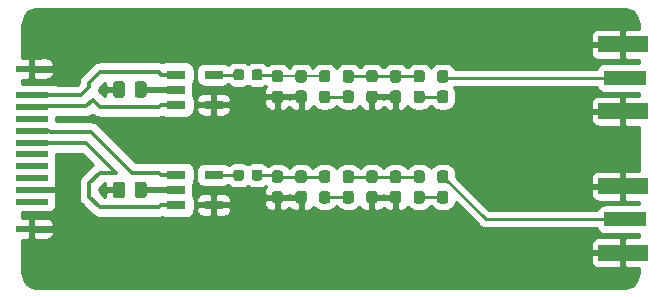
<source format=gbr>
%TF.GenerationSoftware,KiCad,Pcbnew,5.1.10-1.fc33*%
%TF.CreationDate,2021-10-09T21:05:27-05:00*%
%TF.ProjectId,serdes-rf-hdmi,73657264-6573-42d7-9266-2d68646d692e,B*%
%TF.SameCoordinates,Original*%
%TF.FileFunction,Copper,L1,Top*%
%TF.FilePolarity,Positive*%
%FSLAX46Y46*%
G04 Gerber Fmt 4.6, Leading zero omitted, Abs format (unit mm)*
G04 Created by KiCad (PCBNEW 5.1.10-1.fc33) date 2021-10-09 21:05:27*
%MOMM*%
%LPD*%
G01*
G04 APERTURE LIST*
%TA.AperFunction,SMDPad,CuDef*%
%ADD10R,1.650000X0.760000*%
%TD*%
%TA.AperFunction,SMDPad,CuDef*%
%ADD11R,3.600000X1.270000*%
%TD*%
%TA.AperFunction,SMDPad,CuDef*%
%ADD12R,4.200000X1.350000*%
%TD*%
%TA.AperFunction,SMDPad,CuDef*%
%ADD13R,2.600000X0.600000*%
%TD*%
%TA.AperFunction,SMDPad,CuDef*%
%ADD14R,2.800000X0.500000*%
%TD*%
%TA.AperFunction,ViaPad*%
%ADD15C,0.800000*%
%TD*%
%TA.AperFunction,Conductor*%
%ADD16C,0.500000*%
%TD*%
%TA.AperFunction,Conductor*%
%ADD17C,0.610000*%
%TD*%
%TA.AperFunction,Conductor*%
%ADD18C,0.250000*%
%TD*%
%TA.AperFunction,Conductor*%
%ADD19C,0.310000*%
%TD*%
%TA.AperFunction,Conductor*%
%ADD20C,0.190000*%
%TD*%
%TA.AperFunction,Conductor*%
%ADD21C,0.254000*%
%TD*%
%TA.AperFunction,Conductor*%
%ADD22C,0.100000*%
%TD*%
G04 APERTURE END LIST*
%TO.P,C11,2*%
%TO.N,Net-(C11-Pad2)*%
%TA.AperFunction,SMDPad,CuDef*%
G36*
G01*
X138575000Y-87500000D02*
X138575000Y-87000000D01*
G75*
G02*
X138800000Y-86775000I225000J0D01*
G01*
X139250000Y-86775000D01*
G75*
G02*
X139475000Y-87000000I0J-225000D01*
G01*
X139475000Y-87500000D01*
G75*
G02*
X139250000Y-87725000I-225000J0D01*
G01*
X138800000Y-87725000D01*
G75*
G02*
X138575000Y-87500000I0J225000D01*
G01*
G37*
%TD.AperFunction*%
%TO.P,C11,1*%
%TO.N,Net-(C11-Pad1)*%
%TA.AperFunction,SMDPad,CuDef*%
G36*
G01*
X137025000Y-87500000D02*
X137025000Y-87000000D01*
G75*
G02*
X137250000Y-86775000I225000J0D01*
G01*
X137700000Y-86775000D01*
G75*
G02*
X137925000Y-87000000I0J-225000D01*
G01*
X137925000Y-87500000D01*
G75*
G02*
X137700000Y-87725000I-225000J0D01*
G01*
X137250000Y-87725000D01*
G75*
G02*
X137025000Y-87500000I0J225000D01*
G01*
G37*
%TD.AperFunction*%
%TD*%
%TO.P,C10,2*%
%TO.N,Net-(C10-Pad2)*%
%TA.AperFunction,SMDPad,CuDef*%
G36*
G01*
X138575000Y-79000000D02*
X138575000Y-78500000D01*
G75*
G02*
X138800000Y-78275000I225000J0D01*
G01*
X139250000Y-78275000D01*
G75*
G02*
X139475000Y-78500000I0J-225000D01*
G01*
X139475000Y-79000000D01*
G75*
G02*
X139250000Y-79225000I-225000J0D01*
G01*
X138800000Y-79225000D01*
G75*
G02*
X138575000Y-79000000I0J225000D01*
G01*
G37*
%TD.AperFunction*%
%TO.P,C10,1*%
%TO.N,Net-(C10-Pad1)*%
%TA.AperFunction,SMDPad,CuDef*%
G36*
G01*
X137025000Y-79000000D02*
X137025000Y-78500000D01*
G75*
G02*
X137250000Y-78275000I225000J0D01*
G01*
X137700000Y-78275000D01*
G75*
G02*
X137925000Y-78500000I0J-225000D01*
G01*
X137925000Y-79000000D01*
G75*
G02*
X137700000Y-79225000I-225000J0D01*
G01*
X137250000Y-79225000D01*
G75*
G02*
X137025000Y-79000000I0J225000D01*
G01*
G37*
%TD.AperFunction*%
%TD*%
D10*
%TO.P,TR2,4*%
%TO.N,Net-(C11-Pad1)*%
X135340000Y-87230000D03*
%TO.P,TR2,6*%
%TO.N,GND*%
X135340000Y-89770000D03*
%TO.P,TR2,1*%
%TO.N,/rfb-*%
X132160000Y-89770000D03*
%TO.P,TR2,2*%
%TO.N,Net-(R4-Pad1)*%
X132160000Y-88500000D03*
%TO.P,TR2,3*%
%TO.N,/rfb+*%
X132160000Y-87230000D03*
%TD*%
%TO.P,TR1,4*%
%TO.N,Net-(C10-Pad1)*%
X135340000Y-78730000D03*
%TO.P,TR1,6*%
%TO.N,GND*%
X135340000Y-81270000D03*
%TO.P,TR1,1*%
%TO.N,/rfa-*%
X132160000Y-81270000D03*
%TO.P,TR1,2*%
%TO.N,Net-(R3-Pad1)*%
X132160000Y-80000000D03*
%TO.P,TR1,3*%
%TO.N,/rfa+*%
X132160000Y-78730000D03*
%TD*%
D11*
%TO.P,J2,1*%
%TO.N,/rfb*%
X170200000Y-91000000D03*
D12*
%TO.P,J2,2*%
%TO.N,GND*%
X170000000Y-88175000D03*
X170000000Y-93825000D03*
%TD*%
%TO.P,R4,2*%
%TO.N,GND*%
%TA.AperFunction,SMDPad,CuDef*%
G36*
G01*
X127850000Y-88049998D02*
X127850000Y-88950002D01*
G75*
G02*
X127600002Y-89200000I-249998J0D01*
G01*
X127074998Y-89200000D01*
G75*
G02*
X126825000Y-88950002I0J249998D01*
G01*
X126825000Y-88049998D01*
G75*
G02*
X127074998Y-87800000I249998J0D01*
G01*
X127600002Y-87800000D01*
G75*
G02*
X127850000Y-88049998I0J-249998D01*
G01*
G37*
%TD.AperFunction*%
%TO.P,R4,1*%
%TO.N,Net-(R4-Pad1)*%
%TA.AperFunction,SMDPad,CuDef*%
G36*
G01*
X129675000Y-88049998D02*
X129675000Y-88950002D01*
G75*
G02*
X129425002Y-89200000I-249998J0D01*
G01*
X128899998Y-89200000D01*
G75*
G02*
X128650000Y-88950002I0J249998D01*
G01*
X128650000Y-88049998D01*
G75*
G02*
X128899998Y-87800000I249998J0D01*
G01*
X129425002Y-87800000D01*
G75*
G02*
X129675000Y-88049998I0J-249998D01*
G01*
G37*
%TD.AperFunction*%
%TD*%
%TO.P,R3,2*%
%TO.N,GND*%
%TA.AperFunction,SMDPad,CuDef*%
G36*
G01*
X127850000Y-79549998D02*
X127850000Y-80450002D01*
G75*
G02*
X127600002Y-80700000I-249998J0D01*
G01*
X127074998Y-80700000D01*
G75*
G02*
X126825000Y-80450002I0J249998D01*
G01*
X126825000Y-79549998D01*
G75*
G02*
X127074998Y-79300000I249998J0D01*
G01*
X127600002Y-79300000D01*
G75*
G02*
X127850000Y-79549998I0J-249998D01*
G01*
G37*
%TD.AperFunction*%
%TO.P,R3,1*%
%TO.N,Net-(R3-Pad1)*%
%TA.AperFunction,SMDPad,CuDef*%
G36*
G01*
X129675000Y-79549998D02*
X129675000Y-80450002D01*
G75*
G02*
X129425002Y-80700000I-249998J0D01*
G01*
X128899998Y-80700000D01*
G75*
G02*
X128650000Y-80450002I0J249998D01*
G01*
X128650000Y-79549998D01*
G75*
G02*
X128899998Y-79300000I249998J0D01*
G01*
X129425002Y-79300000D01*
G75*
G02*
X129675000Y-79549998I0J-249998D01*
G01*
G37*
%TD.AperFunction*%
%TD*%
%TO.P,L8,2*%
%TO.N,Net-(C9-Pad2)*%
%TA.AperFunction,SMDPad,CuDef*%
G36*
G01*
X152512500Y-88600000D02*
X152987500Y-88600000D01*
G75*
G02*
X153225000Y-88837500I0J-237500D01*
G01*
X153225000Y-89412500D01*
G75*
G02*
X152987500Y-89650000I-237500J0D01*
G01*
X152512500Y-89650000D01*
G75*
G02*
X152275000Y-89412500I0J237500D01*
G01*
X152275000Y-88837500D01*
G75*
G02*
X152512500Y-88600000I237500J0D01*
G01*
G37*
%TD.AperFunction*%
%TO.P,L8,1*%
%TO.N,Net-(C5-Pad1)*%
%TA.AperFunction,SMDPad,CuDef*%
G36*
G01*
X152512500Y-86850000D02*
X152987500Y-86850000D01*
G75*
G02*
X153225000Y-87087500I0J-237500D01*
G01*
X153225000Y-87662500D01*
G75*
G02*
X152987500Y-87900000I-237500J0D01*
G01*
X152512500Y-87900000D01*
G75*
G02*
X152275000Y-87662500I0J237500D01*
G01*
X152275000Y-87087500D01*
G75*
G02*
X152512500Y-86850000I237500J0D01*
G01*
G37*
%TD.AperFunction*%
%TD*%
%TO.P,L7,2*%
%TO.N,Net-(C8-Pad2)*%
%TA.AperFunction,SMDPad,CuDef*%
G36*
G01*
X152512500Y-80100000D02*
X152987500Y-80100000D01*
G75*
G02*
X153225000Y-80337500I0J-237500D01*
G01*
X153225000Y-80912500D01*
G75*
G02*
X152987500Y-81150000I-237500J0D01*
G01*
X152512500Y-81150000D01*
G75*
G02*
X152275000Y-80912500I0J237500D01*
G01*
X152275000Y-80337500D01*
G75*
G02*
X152512500Y-80100000I237500J0D01*
G01*
G37*
%TD.AperFunction*%
%TO.P,L7,1*%
%TO.N,Net-(C4-Pad1)*%
%TA.AperFunction,SMDPad,CuDef*%
G36*
G01*
X152512500Y-78350000D02*
X152987500Y-78350000D01*
G75*
G02*
X153225000Y-78587500I0J-237500D01*
G01*
X153225000Y-79162500D01*
G75*
G02*
X152987500Y-79400000I-237500J0D01*
G01*
X152512500Y-79400000D01*
G75*
G02*
X152275000Y-79162500I0J237500D01*
G01*
X152275000Y-78587500D01*
G75*
G02*
X152512500Y-78350000I237500J0D01*
G01*
G37*
%TD.AperFunction*%
%TD*%
%TO.P,L6,2*%
%TO.N,GND*%
%TA.AperFunction,SMDPad,CuDef*%
G36*
G01*
X148512500Y-88600000D02*
X148987500Y-88600000D01*
G75*
G02*
X149225000Y-88837500I0J-237500D01*
G01*
X149225000Y-89412500D01*
G75*
G02*
X148987500Y-89650000I-237500J0D01*
G01*
X148512500Y-89650000D01*
G75*
G02*
X148275000Y-89412500I0J237500D01*
G01*
X148275000Y-88837500D01*
G75*
G02*
X148512500Y-88600000I237500J0D01*
G01*
G37*
%TD.AperFunction*%
%TO.P,L6,1*%
%TO.N,Net-(C5-Pad1)*%
%TA.AperFunction,SMDPad,CuDef*%
G36*
G01*
X148512500Y-86850000D02*
X148987500Y-86850000D01*
G75*
G02*
X149225000Y-87087500I0J-237500D01*
G01*
X149225000Y-87662500D01*
G75*
G02*
X148987500Y-87900000I-237500J0D01*
G01*
X148512500Y-87900000D01*
G75*
G02*
X148275000Y-87662500I0J237500D01*
G01*
X148275000Y-87087500D01*
G75*
G02*
X148512500Y-86850000I237500J0D01*
G01*
G37*
%TD.AperFunction*%
%TD*%
%TO.P,L5,2*%
%TO.N,GND*%
%TA.AperFunction,SMDPad,CuDef*%
G36*
G01*
X148512500Y-80100000D02*
X148987500Y-80100000D01*
G75*
G02*
X149225000Y-80337500I0J-237500D01*
G01*
X149225000Y-80912500D01*
G75*
G02*
X148987500Y-81150000I-237500J0D01*
G01*
X148512500Y-81150000D01*
G75*
G02*
X148275000Y-80912500I0J237500D01*
G01*
X148275000Y-80337500D01*
G75*
G02*
X148512500Y-80100000I237500J0D01*
G01*
G37*
%TD.AperFunction*%
%TO.P,L5,1*%
%TO.N,Net-(C4-Pad1)*%
%TA.AperFunction,SMDPad,CuDef*%
G36*
G01*
X148512500Y-78350000D02*
X148987500Y-78350000D01*
G75*
G02*
X149225000Y-78587500I0J-237500D01*
G01*
X149225000Y-79162500D01*
G75*
G02*
X148987500Y-79400000I-237500J0D01*
G01*
X148512500Y-79400000D01*
G75*
G02*
X148275000Y-79162500I0J237500D01*
G01*
X148275000Y-78587500D01*
G75*
G02*
X148512500Y-78350000I237500J0D01*
G01*
G37*
%TD.AperFunction*%
%TD*%
%TO.P,L4,2*%
%TO.N,Net-(C5-Pad2)*%
%TA.AperFunction,SMDPad,CuDef*%
G36*
G01*
X144512500Y-88600000D02*
X144987500Y-88600000D01*
G75*
G02*
X145225000Y-88837500I0J-237500D01*
G01*
X145225000Y-89412500D01*
G75*
G02*
X144987500Y-89650000I-237500J0D01*
G01*
X144512500Y-89650000D01*
G75*
G02*
X144275000Y-89412500I0J237500D01*
G01*
X144275000Y-88837500D01*
G75*
G02*
X144512500Y-88600000I237500J0D01*
G01*
G37*
%TD.AperFunction*%
%TO.P,L4,1*%
%TO.N,Net-(C11-Pad2)*%
%TA.AperFunction,SMDPad,CuDef*%
G36*
G01*
X144512500Y-86850000D02*
X144987500Y-86850000D01*
G75*
G02*
X145225000Y-87087500I0J-237500D01*
G01*
X145225000Y-87662500D01*
G75*
G02*
X144987500Y-87900000I-237500J0D01*
G01*
X144512500Y-87900000D01*
G75*
G02*
X144275000Y-87662500I0J237500D01*
G01*
X144275000Y-87087500D01*
G75*
G02*
X144512500Y-86850000I237500J0D01*
G01*
G37*
%TD.AperFunction*%
%TD*%
%TO.P,L3,2*%
%TO.N,Net-(C4-Pad2)*%
%TA.AperFunction,SMDPad,CuDef*%
G36*
G01*
X144512500Y-80100000D02*
X144987500Y-80100000D01*
G75*
G02*
X145225000Y-80337500I0J-237500D01*
G01*
X145225000Y-80912500D01*
G75*
G02*
X144987500Y-81150000I-237500J0D01*
G01*
X144512500Y-81150000D01*
G75*
G02*
X144275000Y-80912500I0J237500D01*
G01*
X144275000Y-80337500D01*
G75*
G02*
X144512500Y-80100000I237500J0D01*
G01*
G37*
%TD.AperFunction*%
%TO.P,L3,1*%
%TO.N,Net-(C10-Pad2)*%
%TA.AperFunction,SMDPad,CuDef*%
G36*
G01*
X144512500Y-78350000D02*
X144987500Y-78350000D01*
G75*
G02*
X145225000Y-78587500I0J-237500D01*
G01*
X145225000Y-79162500D01*
G75*
G02*
X144987500Y-79400000I-237500J0D01*
G01*
X144512500Y-79400000D01*
G75*
G02*
X144275000Y-79162500I0J237500D01*
G01*
X144275000Y-78587500D01*
G75*
G02*
X144512500Y-78350000I237500J0D01*
G01*
G37*
%TD.AperFunction*%
%TD*%
%TO.P,L2,2*%
%TO.N,GND*%
%TA.AperFunction,SMDPad,CuDef*%
G36*
G01*
X140512500Y-88600000D02*
X140987500Y-88600000D01*
G75*
G02*
X141225000Y-88837500I0J-237500D01*
G01*
X141225000Y-89412500D01*
G75*
G02*
X140987500Y-89650000I-237500J0D01*
G01*
X140512500Y-89650000D01*
G75*
G02*
X140275000Y-89412500I0J237500D01*
G01*
X140275000Y-88837500D01*
G75*
G02*
X140512500Y-88600000I237500J0D01*
G01*
G37*
%TD.AperFunction*%
%TO.P,L2,1*%
%TO.N,Net-(C11-Pad2)*%
%TA.AperFunction,SMDPad,CuDef*%
G36*
G01*
X140512500Y-86850000D02*
X140987500Y-86850000D01*
G75*
G02*
X141225000Y-87087500I0J-237500D01*
G01*
X141225000Y-87662500D01*
G75*
G02*
X140987500Y-87900000I-237500J0D01*
G01*
X140512500Y-87900000D01*
G75*
G02*
X140275000Y-87662500I0J237500D01*
G01*
X140275000Y-87087500D01*
G75*
G02*
X140512500Y-86850000I237500J0D01*
G01*
G37*
%TD.AperFunction*%
%TD*%
%TO.P,L1,2*%
%TO.N,GND*%
%TA.AperFunction,SMDPad,CuDef*%
G36*
G01*
X140512500Y-80100000D02*
X140987500Y-80100000D01*
G75*
G02*
X141225000Y-80337500I0J-237500D01*
G01*
X141225000Y-80912500D01*
G75*
G02*
X140987500Y-81150000I-237500J0D01*
G01*
X140512500Y-81150000D01*
G75*
G02*
X140275000Y-80912500I0J237500D01*
G01*
X140275000Y-80337500D01*
G75*
G02*
X140512500Y-80100000I237500J0D01*
G01*
G37*
%TD.AperFunction*%
%TO.P,L1,1*%
%TO.N,Net-(C10-Pad2)*%
%TA.AperFunction,SMDPad,CuDef*%
G36*
G01*
X140512500Y-78350000D02*
X140987500Y-78350000D01*
G75*
G02*
X141225000Y-78587500I0J-237500D01*
G01*
X141225000Y-79162500D01*
G75*
G02*
X140987500Y-79400000I-237500J0D01*
G01*
X140512500Y-79400000D01*
G75*
G02*
X140275000Y-79162500I0J237500D01*
G01*
X140275000Y-78587500D01*
G75*
G02*
X140512500Y-78350000I237500J0D01*
G01*
G37*
%TD.AperFunction*%
%TD*%
%TO.P,C9,2*%
%TO.N,Net-(C9-Pad2)*%
%TA.AperFunction,SMDPad,CuDef*%
G36*
G01*
X154512500Y-88575000D02*
X154987500Y-88575000D01*
G75*
G02*
X155225000Y-88812500I0J-237500D01*
G01*
X155225000Y-89412500D01*
G75*
G02*
X154987500Y-89650000I-237500J0D01*
G01*
X154512500Y-89650000D01*
G75*
G02*
X154275000Y-89412500I0J237500D01*
G01*
X154275000Y-88812500D01*
G75*
G02*
X154512500Y-88575000I237500J0D01*
G01*
G37*
%TD.AperFunction*%
%TO.P,C9,1*%
%TO.N,/rfb*%
%TA.AperFunction,SMDPad,CuDef*%
G36*
G01*
X154512500Y-86850000D02*
X154987500Y-86850000D01*
G75*
G02*
X155225000Y-87087500I0J-237500D01*
G01*
X155225000Y-87687500D01*
G75*
G02*
X154987500Y-87925000I-237500J0D01*
G01*
X154512500Y-87925000D01*
G75*
G02*
X154275000Y-87687500I0J237500D01*
G01*
X154275000Y-87087500D01*
G75*
G02*
X154512500Y-86850000I237500J0D01*
G01*
G37*
%TD.AperFunction*%
%TD*%
%TO.P,C8,2*%
%TO.N,Net-(C8-Pad2)*%
%TA.AperFunction,SMDPad,CuDef*%
G36*
G01*
X154512500Y-80075000D02*
X154987500Y-80075000D01*
G75*
G02*
X155225000Y-80312500I0J-237500D01*
G01*
X155225000Y-80912500D01*
G75*
G02*
X154987500Y-81150000I-237500J0D01*
G01*
X154512500Y-81150000D01*
G75*
G02*
X154275000Y-80912500I0J237500D01*
G01*
X154275000Y-80312500D01*
G75*
G02*
X154512500Y-80075000I237500J0D01*
G01*
G37*
%TD.AperFunction*%
%TO.P,C8,1*%
%TO.N,/rfa*%
%TA.AperFunction,SMDPad,CuDef*%
G36*
G01*
X154512500Y-78350000D02*
X154987500Y-78350000D01*
G75*
G02*
X155225000Y-78587500I0J-237500D01*
G01*
X155225000Y-79187500D01*
G75*
G02*
X154987500Y-79425000I-237500J0D01*
G01*
X154512500Y-79425000D01*
G75*
G02*
X154275000Y-79187500I0J237500D01*
G01*
X154275000Y-78587500D01*
G75*
G02*
X154512500Y-78350000I237500J0D01*
G01*
G37*
%TD.AperFunction*%
%TD*%
%TO.P,C7,2*%
%TO.N,GND*%
%TA.AperFunction,SMDPad,CuDef*%
G36*
G01*
X150512500Y-88575000D02*
X150987500Y-88575000D01*
G75*
G02*
X151225000Y-88812500I0J-237500D01*
G01*
X151225000Y-89412500D01*
G75*
G02*
X150987500Y-89650000I-237500J0D01*
G01*
X150512500Y-89650000D01*
G75*
G02*
X150275000Y-89412500I0J237500D01*
G01*
X150275000Y-88812500D01*
G75*
G02*
X150512500Y-88575000I237500J0D01*
G01*
G37*
%TD.AperFunction*%
%TO.P,C7,1*%
%TO.N,Net-(C5-Pad1)*%
%TA.AperFunction,SMDPad,CuDef*%
G36*
G01*
X150512500Y-86850000D02*
X150987500Y-86850000D01*
G75*
G02*
X151225000Y-87087500I0J-237500D01*
G01*
X151225000Y-87687500D01*
G75*
G02*
X150987500Y-87925000I-237500J0D01*
G01*
X150512500Y-87925000D01*
G75*
G02*
X150275000Y-87687500I0J237500D01*
G01*
X150275000Y-87087500D01*
G75*
G02*
X150512500Y-86850000I237500J0D01*
G01*
G37*
%TD.AperFunction*%
%TD*%
%TO.P,C6,2*%
%TO.N,GND*%
%TA.AperFunction,SMDPad,CuDef*%
G36*
G01*
X150512500Y-80075000D02*
X150987500Y-80075000D01*
G75*
G02*
X151225000Y-80312500I0J-237500D01*
G01*
X151225000Y-80912500D01*
G75*
G02*
X150987500Y-81150000I-237500J0D01*
G01*
X150512500Y-81150000D01*
G75*
G02*
X150275000Y-80912500I0J237500D01*
G01*
X150275000Y-80312500D01*
G75*
G02*
X150512500Y-80075000I237500J0D01*
G01*
G37*
%TD.AperFunction*%
%TO.P,C6,1*%
%TO.N,Net-(C4-Pad1)*%
%TA.AperFunction,SMDPad,CuDef*%
G36*
G01*
X150512500Y-78350000D02*
X150987500Y-78350000D01*
G75*
G02*
X151225000Y-78587500I0J-237500D01*
G01*
X151225000Y-79187500D01*
G75*
G02*
X150987500Y-79425000I-237500J0D01*
G01*
X150512500Y-79425000D01*
G75*
G02*
X150275000Y-79187500I0J237500D01*
G01*
X150275000Y-78587500D01*
G75*
G02*
X150512500Y-78350000I237500J0D01*
G01*
G37*
%TD.AperFunction*%
%TD*%
%TO.P,C5,2*%
%TO.N,Net-(C5-Pad2)*%
%TA.AperFunction,SMDPad,CuDef*%
G36*
G01*
X146512500Y-88575000D02*
X146987500Y-88575000D01*
G75*
G02*
X147225000Y-88812500I0J-237500D01*
G01*
X147225000Y-89412500D01*
G75*
G02*
X146987500Y-89650000I-237500J0D01*
G01*
X146512500Y-89650000D01*
G75*
G02*
X146275000Y-89412500I0J237500D01*
G01*
X146275000Y-88812500D01*
G75*
G02*
X146512500Y-88575000I237500J0D01*
G01*
G37*
%TD.AperFunction*%
%TO.P,C5,1*%
%TO.N,Net-(C5-Pad1)*%
%TA.AperFunction,SMDPad,CuDef*%
G36*
G01*
X146512500Y-86850000D02*
X146987500Y-86850000D01*
G75*
G02*
X147225000Y-87087500I0J-237500D01*
G01*
X147225000Y-87687500D01*
G75*
G02*
X146987500Y-87925000I-237500J0D01*
G01*
X146512500Y-87925000D01*
G75*
G02*
X146275000Y-87687500I0J237500D01*
G01*
X146275000Y-87087500D01*
G75*
G02*
X146512500Y-86850000I237500J0D01*
G01*
G37*
%TD.AperFunction*%
%TD*%
%TO.P,C4,2*%
%TO.N,Net-(C4-Pad2)*%
%TA.AperFunction,SMDPad,CuDef*%
G36*
G01*
X146512500Y-80075000D02*
X146987500Y-80075000D01*
G75*
G02*
X147225000Y-80312500I0J-237500D01*
G01*
X147225000Y-80912500D01*
G75*
G02*
X146987500Y-81150000I-237500J0D01*
G01*
X146512500Y-81150000D01*
G75*
G02*
X146275000Y-80912500I0J237500D01*
G01*
X146275000Y-80312500D01*
G75*
G02*
X146512500Y-80075000I237500J0D01*
G01*
G37*
%TD.AperFunction*%
%TO.P,C4,1*%
%TO.N,Net-(C4-Pad1)*%
%TA.AperFunction,SMDPad,CuDef*%
G36*
G01*
X146512500Y-78350000D02*
X146987500Y-78350000D01*
G75*
G02*
X147225000Y-78587500I0J-237500D01*
G01*
X147225000Y-79187500D01*
G75*
G02*
X146987500Y-79425000I-237500J0D01*
G01*
X146512500Y-79425000D01*
G75*
G02*
X146275000Y-79187500I0J237500D01*
G01*
X146275000Y-78587500D01*
G75*
G02*
X146512500Y-78350000I237500J0D01*
G01*
G37*
%TD.AperFunction*%
%TD*%
%TO.P,C3,2*%
%TO.N,GND*%
%TA.AperFunction,SMDPad,CuDef*%
G36*
G01*
X142512500Y-88575000D02*
X142987500Y-88575000D01*
G75*
G02*
X143225000Y-88812500I0J-237500D01*
G01*
X143225000Y-89412500D01*
G75*
G02*
X142987500Y-89650000I-237500J0D01*
G01*
X142512500Y-89650000D01*
G75*
G02*
X142275000Y-89412500I0J237500D01*
G01*
X142275000Y-88812500D01*
G75*
G02*
X142512500Y-88575000I237500J0D01*
G01*
G37*
%TD.AperFunction*%
%TO.P,C3,1*%
%TO.N,Net-(C11-Pad2)*%
%TA.AperFunction,SMDPad,CuDef*%
G36*
G01*
X142512500Y-86850000D02*
X142987500Y-86850000D01*
G75*
G02*
X143225000Y-87087500I0J-237500D01*
G01*
X143225000Y-87687500D01*
G75*
G02*
X142987500Y-87925000I-237500J0D01*
G01*
X142512500Y-87925000D01*
G75*
G02*
X142275000Y-87687500I0J237500D01*
G01*
X142275000Y-87087500D01*
G75*
G02*
X142512500Y-86850000I237500J0D01*
G01*
G37*
%TD.AperFunction*%
%TD*%
%TO.P,C2,2*%
%TO.N,GND*%
%TA.AperFunction,SMDPad,CuDef*%
G36*
G01*
X142512500Y-80075000D02*
X142987500Y-80075000D01*
G75*
G02*
X143225000Y-80312500I0J-237500D01*
G01*
X143225000Y-80912500D01*
G75*
G02*
X142987500Y-81150000I-237500J0D01*
G01*
X142512500Y-81150000D01*
G75*
G02*
X142275000Y-80912500I0J237500D01*
G01*
X142275000Y-80312500D01*
G75*
G02*
X142512500Y-80075000I237500J0D01*
G01*
G37*
%TD.AperFunction*%
%TO.P,C2,1*%
%TO.N,Net-(C10-Pad2)*%
%TA.AperFunction,SMDPad,CuDef*%
G36*
G01*
X142512500Y-78350000D02*
X142987500Y-78350000D01*
G75*
G02*
X143225000Y-78587500I0J-237500D01*
G01*
X143225000Y-79187500D01*
G75*
G02*
X142987500Y-79425000I-237500J0D01*
G01*
X142512500Y-79425000D01*
G75*
G02*
X142275000Y-79187500I0J237500D01*
G01*
X142275000Y-78587500D01*
G75*
G02*
X142512500Y-78350000I237500J0D01*
G01*
G37*
%TD.AperFunction*%
%TD*%
D11*
%TO.P,J3,1*%
%TO.N,/rfa*%
X170200000Y-79000000D03*
D12*
%TO.P,J3,2*%
%TO.N,GND*%
X170000000Y-76175000D03*
X170000000Y-81825000D03*
%TD*%
D13*
%TO.P,J1,SH*%
%TO.N,GND*%
X119900000Y-91775000D03*
X119900000Y-78225000D03*
D14*
%TO.P,J1,19*%
%TO.N,Net-(J1-Pad19)*%
X120000000Y-89500000D03*
%TO.P,J1,17*%
%TO.N,GND*%
X120000000Y-88500000D03*
%TO.P,J1,15*%
%TO.N,Net-(J1-Pad15)*%
X120000000Y-87500000D03*
%TO.P,J1,13*%
%TO.N,Net-(J1-Pad13)*%
X120000000Y-86500000D03*
%TO.P,J1,11*%
%TO.N,Net-(J1-Pad11)*%
X120000000Y-85500000D03*
%TO.P,J1,9*%
%TO.N,/rfb-*%
X120000000Y-84500000D03*
%TO.P,J1,7*%
%TO.N,/rfb+*%
X120000000Y-83500000D03*
%TO.P,J1,5*%
%TO.N,Net-(J1-Pad5)*%
X120000000Y-82500000D03*
%TO.P,J1,3*%
%TO.N,/rfa-*%
X120000000Y-81500000D03*
%TO.P,J1,1*%
%TO.N,/rfa+*%
X120000000Y-80500000D03*
%TD*%
D15*
%TO.N,GND*%
X120000000Y-96000000D03*
X123000000Y-96000000D03*
X126000000Y-96000000D03*
X129000000Y-96000000D03*
X132000000Y-96000000D03*
X135000000Y-96000000D03*
X138000000Y-96000000D03*
X141000000Y-96000000D03*
X144000000Y-96000000D03*
X147000000Y-96000000D03*
X150000000Y-96000000D03*
X153000000Y-96000000D03*
X156000000Y-96000000D03*
X159000000Y-96000000D03*
X162000000Y-96000000D03*
X165000000Y-96000000D03*
X168000000Y-96000000D03*
X168000000Y-74000000D03*
X165000000Y-74000000D03*
X162000000Y-74000000D03*
X159000000Y-74000000D03*
X156000000Y-74000000D03*
X153000000Y-74000000D03*
X150000000Y-74000000D03*
X147000000Y-74000000D03*
X144000000Y-74000000D03*
X141000000Y-74000000D03*
X138000000Y-74000000D03*
X135000000Y-74000000D03*
X132000000Y-74000000D03*
X129000000Y-74000000D03*
X126000000Y-74000000D03*
X123000000Y-74000000D03*
X120000000Y-74000000D03*
X122500000Y-88500000D03*
X122500000Y-92000000D03*
X122500000Y-78000000D03*
X126000000Y-80000000D03*
X129000000Y-85500000D03*
X126000000Y-88500000D03*
X132000000Y-84000000D03*
X135000000Y-84000000D03*
X138000000Y-84000000D03*
X141000000Y-84000000D03*
X144000000Y-84000000D03*
X147000000Y-84000000D03*
X150000000Y-84000000D03*
X153000000Y-84000000D03*
X156000000Y-84000000D03*
X162000000Y-84000000D03*
X165000000Y-84000000D03*
X168000000Y-84000000D03*
%TD*%
D16*
%TO.N,GND*%
X120000000Y-88500000D02*
X122500000Y-88500000D01*
D17*
X119900000Y-91775000D02*
X122225000Y-91775000D01*
X122450000Y-92000000D02*
X122500000Y-92000000D01*
X122225000Y-91775000D02*
X122450000Y-92000000D01*
X122275000Y-78225000D02*
X122500000Y-78000000D01*
X119900000Y-78225000D02*
X122275000Y-78225000D01*
D16*
X127337500Y-80000000D02*
X126000000Y-80000000D01*
X127337500Y-88500000D02*
X126000000Y-88500000D01*
D18*
%TO.N,Net-(C4-Pad1)*%
X152737500Y-78875000D02*
X152750000Y-78887500D01*
X146750000Y-78875000D02*
X152737500Y-78875000D01*
%TO.N,Net-(C5-Pad1)*%
X148737500Y-87375000D02*
X148750000Y-87387500D01*
X146750000Y-87375000D02*
X148737500Y-87375000D01*
X150737500Y-87387500D02*
X150750000Y-87375000D01*
X148750000Y-87387500D02*
X150737500Y-87387500D01*
X152737500Y-87375000D02*
X152750000Y-87387500D01*
X150750000Y-87375000D02*
X152737500Y-87375000D01*
D16*
%TO.N,Net-(R3-Pad1)*%
X132160000Y-80000000D02*
X129162500Y-80000000D01*
%TO.N,Net-(R4-Pad1)*%
X132160000Y-88500000D02*
X129162500Y-88500000D01*
D19*
%TO.N,/rfb-*%
X125736008Y-89975010D02*
X124824999Y-89064001D01*
X130717489Y-89975010D02*
X125736008Y-89975010D01*
X130922499Y-89770000D02*
X130717489Y-89975010D01*
X124824999Y-87935999D02*
X125736008Y-87024990D01*
X124824999Y-89064001D02*
X124824999Y-87935999D01*
X132160000Y-89770000D02*
X130922499Y-89770000D01*
X125736008Y-87024990D02*
X127067380Y-87024990D01*
X127067380Y-87024990D02*
X124573448Y-84531058D01*
X120031058Y-84531058D02*
X120000000Y-84500000D01*
X122868942Y-84531058D02*
X120031058Y-84531058D01*
X124573448Y-84531058D02*
X122868942Y-84531058D01*
X122868942Y-84531058D02*
X122626283Y-84531058D01*
%TO.N,/rfb+*%
X121397884Y-83500000D02*
X120000000Y-83500000D01*
X121498942Y-83601058D02*
X121397884Y-83500000D01*
X124958668Y-83601058D02*
X121498942Y-83601058D01*
X128429012Y-87071402D02*
X124958668Y-83601058D01*
X130717489Y-87024990D02*
X128475424Y-87024990D01*
X128475424Y-87024990D02*
X128429012Y-87071402D01*
X130922499Y-87230000D02*
X130717489Y-87024990D01*
X132160000Y-87230000D02*
X130922499Y-87230000D01*
%TO.N,/rfa-*%
X130717489Y-81475010D02*
X125736008Y-81475010D01*
X130922499Y-81270000D02*
X130717489Y-81475010D01*
X132160000Y-81270000D02*
X130922499Y-81270000D01*
X125736008Y-81475010D02*
X125109304Y-80848306D01*
X125109304Y-80848306D02*
X124539983Y-81417627D01*
X120082373Y-81417627D02*
X120000000Y-81500000D01*
X122917627Y-81417627D02*
X120082373Y-81417627D01*
X124539983Y-81417627D02*
X122917627Y-81417627D01*
X122917627Y-81417627D02*
X122623334Y-81417627D01*
%TO.N,/rfa+*%
X122032629Y-80487627D02*
X122020001Y-80474999D01*
X124154763Y-80487627D02*
X122032629Y-80487627D01*
X124824999Y-79817391D02*
X124154763Y-80487627D01*
X124824999Y-79435999D02*
X124824999Y-79817391D01*
X125736008Y-78524990D02*
X124824999Y-79435999D01*
X130717489Y-78524990D02*
X125736008Y-78524990D01*
X130922499Y-78730000D02*
X130717489Y-78524990D01*
X122020001Y-80474999D02*
X120000000Y-80474999D01*
X132160000Y-78730000D02*
X130922499Y-78730000D01*
D18*
%TO.N,Net-(C10-Pad2)*%
X144592500Y-78730000D02*
X144750000Y-78887500D01*
D20*
X142762500Y-78887500D02*
X142750000Y-78875000D01*
X144750000Y-78887500D02*
X142762500Y-78887500D01*
X142737500Y-78887500D02*
X142750000Y-78875000D01*
X140750000Y-78887500D02*
X142737500Y-78887500D01*
X140592500Y-78730000D02*
X140750000Y-78887500D01*
D18*
X140612500Y-78750000D02*
X140750000Y-78887500D01*
X139025000Y-78750000D02*
X140612500Y-78750000D01*
%TO.N,Net-(C11-Pad2)*%
X140592500Y-87230000D02*
X140750000Y-87387500D01*
X142737500Y-87387500D02*
X142750000Y-87375000D01*
X140750000Y-87387500D02*
X142737500Y-87387500D01*
X144737500Y-87375000D02*
X144750000Y-87387500D01*
X142750000Y-87375000D02*
X144737500Y-87375000D01*
X140612500Y-87250000D02*
X140750000Y-87387500D01*
X139025000Y-87250000D02*
X140612500Y-87250000D01*
%TO.N,Net-(C10-Pad1)*%
X135360000Y-78750000D02*
X135340000Y-78730000D01*
X137475000Y-78750000D02*
X135360000Y-78750000D01*
%TO.N,Net-(C11-Pad1)*%
X137455000Y-87230000D02*
X137475000Y-87250000D01*
X135340000Y-87230000D02*
X137455000Y-87230000D01*
%TO.N,/rfb*%
X158375000Y-91000000D02*
X154750000Y-87375000D01*
X170200000Y-91000000D02*
X158375000Y-91000000D01*
%TO.N,/rfa*%
X154875000Y-79000000D02*
X154750000Y-78875000D01*
X170200000Y-79000000D02*
X154875000Y-79000000D01*
%TO.N,Net-(C4-Pad2)*%
X146737500Y-80612500D02*
X146750000Y-80625000D01*
X144750000Y-80612500D02*
X146737500Y-80612500D01*
%TO.N,Net-(C5-Pad2)*%
X146737500Y-89112500D02*
X146750000Y-89125000D01*
X144750000Y-89112500D02*
X146737500Y-89112500D01*
%TO.N,Net-(C8-Pad2)*%
X154737500Y-80612500D02*
X154750000Y-80625000D01*
X152750000Y-80612500D02*
X154737500Y-80612500D01*
%TO.N,Net-(C9-Pad2)*%
X154737500Y-89112500D02*
X154750000Y-89125000D01*
X152750000Y-89112500D02*
X154737500Y-89112500D01*
%TD*%
D21*
%TO.N,GND*%
X170259659Y-73188625D02*
X170509429Y-73264035D01*
X170739792Y-73386522D01*
X170941980Y-73551422D01*
X171108286Y-73752450D01*
X171232378Y-73981954D01*
X171309531Y-74231195D01*
X171340001Y-74521098D01*
X171340001Y-74863215D01*
X170285750Y-74865000D01*
X170127000Y-75023750D01*
X170127000Y-76048000D01*
X170147000Y-76048000D01*
X170147000Y-76302000D01*
X170127000Y-76302000D01*
X170127000Y-77326250D01*
X170285750Y-77485000D01*
X171340001Y-77486785D01*
X171340001Y-77726928D01*
X168400000Y-77726928D01*
X168275518Y-77739188D01*
X168155820Y-77775498D01*
X168045506Y-77834463D01*
X167948815Y-77913815D01*
X167869463Y-78010506D01*
X167810498Y-78120820D01*
X167774345Y-78240000D01*
X155789777Y-78240000D01*
X155715512Y-78101058D01*
X155606623Y-77968377D01*
X155473942Y-77859488D01*
X155322567Y-77778577D01*
X155158316Y-77728752D01*
X154987500Y-77711928D01*
X154512500Y-77711928D01*
X154341684Y-77728752D01*
X154177433Y-77778577D01*
X154026058Y-77859488D01*
X153893377Y-77968377D01*
X153784488Y-78101058D01*
X153750000Y-78165581D01*
X153715512Y-78101058D01*
X153606623Y-77968377D01*
X153473942Y-77859488D01*
X153322567Y-77778577D01*
X153158316Y-77728752D01*
X152987500Y-77711928D01*
X152512500Y-77711928D01*
X152341684Y-77728752D01*
X152177433Y-77778577D01*
X152026058Y-77859488D01*
X151893377Y-77968377D01*
X151784488Y-78101058D01*
X151777036Y-78115000D01*
X151722964Y-78115000D01*
X151715512Y-78101058D01*
X151606623Y-77968377D01*
X151473942Y-77859488D01*
X151322567Y-77778577D01*
X151158316Y-77728752D01*
X150987500Y-77711928D01*
X150512500Y-77711928D01*
X150341684Y-77728752D01*
X150177433Y-77778577D01*
X150026058Y-77859488D01*
X149893377Y-77968377D01*
X149784488Y-78101058D01*
X149777036Y-78115000D01*
X149722964Y-78115000D01*
X149715512Y-78101058D01*
X149606623Y-77968377D01*
X149473942Y-77859488D01*
X149322567Y-77778577D01*
X149158316Y-77728752D01*
X148987500Y-77711928D01*
X148512500Y-77711928D01*
X148341684Y-77728752D01*
X148177433Y-77778577D01*
X148026058Y-77859488D01*
X147893377Y-77968377D01*
X147784488Y-78101058D01*
X147777036Y-78115000D01*
X147722964Y-78115000D01*
X147715512Y-78101058D01*
X147606623Y-77968377D01*
X147473942Y-77859488D01*
X147322567Y-77778577D01*
X147158316Y-77728752D01*
X146987500Y-77711928D01*
X146512500Y-77711928D01*
X146341684Y-77728752D01*
X146177433Y-77778577D01*
X146026058Y-77859488D01*
X145893377Y-77968377D01*
X145784488Y-78101058D01*
X145750000Y-78165581D01*
X145715512Y-78101058D01*
X145606623Y-77968377D01*
X145473942Y-77859488D01*
X145322567Y-77778577D01*
X145158316Y-77728752D01*
X144987500Y-77711928D01*
X144512500Y-77711928D01*
X144341684Y-77728752D01*
X144177433Y-77778577D01*
X144026058Y-77859488D01*
X143893377Y-77968377D01*
X143784488Y-78101058D01*
X143754319Y-78157500D01*
X143745681Y-78157500D01*
X143715512Y-78101058D01*
X143606623Y-77968377D01*
X143473942Y-77859488D01*
X143322567Y-77778577D01*
X143158316Y-77728752D01*
X142987500Y-77711928D01*
X142512500Y-77711928D01*
X142341684Y-77728752D01*
X142177433Y-77778577D01*
X142026058Y-77859488D01*
X141893377Y-77968377D01*
X141784488Y-78101058D01*
X141754319Y-78157500D01*
X141745681Y-78157500D01*
X141715512Y-78101058D01*
X141606623Y-77968377D01*
X141473942Y-77859488D01*
X141322567Y-77778577D01*
X141158316Y-77728752D01*
X140987500Y-77711928D01*
X140512500Y-77711928D01*
X140341684Y-77728752D01*
X140177433Y-77778577D01*
X140026058Y-77859488D01*
X139912177Y-77952948D01*
X139860284Y-77889716D01*
X139729497Y-77782382D01*
X139580283Y-77702625D01*
X139418377Y-77653512D01*
X139250000Y-77636928D01*
X138800000Y-77636928D01*
X138631623Y-77653512D01*
X138469717Y-77702625D01*
X138320503Y-77782382D01*
X138250000Y-77840242D01*
X138179497Y-77782382D01*
X138030283Y-77702625D01*
X137868377Y-77653512D01*
X137700000Y-77636928D01*
X137250000Y-77636928D01*
X137081623Y-77653512D01*
X136919717Y-77702625D01*
X136770503Y-77782382D01*
X136639716Y-77889716D01*
X136624217Y-77908602D01*
X136616185Y-77898815D01*
X136519494Y-77819463D01*
X136409180Y-77760498D01*
X136289482Y-77724188D01*
X136165000Y-77711928D01*
X134515000Y-77711928D01*
X134390518Y-77724188D01*
X134270820Y-77760498D01*
X134160506Y-77819463D01*
X134063815Y-77898815D01*
X133984463Y-77995506D01*
X133925498Y-78105820D01*
X133889188Y-78225518D01*
X133876928Y-78350000D01*
X133876928Y-79110000D01*
X133889188Y-79234482D01*
X133925498Y-79354180D01*
X133984463Y-79464494D01*
X134063815Y-79561185D01*
X134160506Y-79640537D01*
X134270820Y-79699502D01*
X134390518Y-79735812D01*
X134515000Y-79748072D01*
X136165000Y-79748072D01*
X136289482Y-79735812D01*
X136409180Y-79699502D01*
X136519494Y-79640537D01*
X136606168Y-79569406D01*
X136639716Y-79610284D01*
X136770503Y-79717618D01*
X136919717Y-79797375D01*
X137081623Y-79846488D01*
X137250000Y-79863072D01*
X137700000Y-79863072D01*
X137868377Y-79846488D01*
X138030283Y-79797375D01*
X138179497Y-79717618D01*
X138250000Y-79659758D01*
X138320503Y-79717618D01*
X138469717Y-79797375D01*
X138631623Y-79846488D01*
X138800000Y-79863072D01*
X139250000Y-79863072D01*
X139418377Y-79846488D01*
X139580283Y-79797375D01*
X139729497Y-79717618D01*
X139796035Y-79663012D01*
X139804099Y-79672839D01*
X139744463Y-79745506D01*
X139685498Y-79855820D01*
X139649188Y-79975518D01*
X139636928Y-80100000D01*
X139640000Y-80339250D01*
X139798750Y-80498000D01*
X140623000Y-80498000D01*
X140623000Y-80478000D01*
X140877000Y-80478000D01*
X140877000Y-80498000D01*
X141701250Y-80498000D01*
X141756250Y-80443000D01*
X141798750Y-80485500D01*
X142623000Y-80485500D01*
X142623000Y-80465500D01*
X142877000Y-80465500D01*
X142877000Y-80485500D01*
X142897000Y-80485500D01*
X142897000Y-80739500D01*
X142877000Y-80739500D01*
X142877000Y-81626250D01*
X143035750Y-81785000D01*
X143225000Y-81788072D01*
X143349482Y-81775812D01*
X143469180Y-81739502D01*
X143579494Y-81680537D01*
X143676185Y-81601185D01*
X143755537Y-81504494D01*
X143801122Y-81419211D01*
X143893377Y-81531623D01*
X144026058Y-81640512D01*
X144177433Y-81721423D01*
X144341684Y-81771248D01*
X144512500Y-81788072D01*
X144987500Y-81788072D01*
X145158316Y-81771248D01*
X145322567Y-81721423D01*
X145473942Y-81640512D01*
X145606623Y-81531623D01*
X145715512Y-81398942D01*
X145729645Y-81372500D01*
X145770355Y-81372500D01*
X145784488Y-81398942D01*
X145893377Y-81531623D01*
X146026058Y-81640512D01*
X146177433Y-81721423D01*
X146341684Y-81771248D01*
X146512500Y-81788072D01*
X146987500Y-81788072D01*
X147158316Y-81771248D01*
X147322567Y-81721423D01*
X147473942Y-81640512D01*
X147606623Y-81531623D01*
X147698878Y-81419211D01*
X147744463Y-81504494D01*
X147823815Y-81601185D01*
X147920506Y-81680537D01*
X148030820Y-81739502D01*
X148150518Y-81775812D01*
X148275000Y-81788072D01*
X148464250Y-81785000D01*
X148623000Y-81626250D01*
X148623000Y-80752000D01*
X148877000Y-80752000D01*
X148877000Y-81626250D01*
X149035750Y-81785000D01*
X149225000Y-81788072D01*
X149349482Y-81775812D01*
X149469180Y-81739502D01*
X149579494Y-81680537D01*
X149676185Y-81601185D01*
X149750000Y-81511241D01*
X149823815Y-81601185D01*
X149920506Y-81680537D01*
X150030820Y-81739502D01*
X150150518Y-81775812D01*
X150275000Y-81788072D01*
X150464250Y-81785000D01*
X150623000Y-81626250D01*
X150623000Y-80739500D01*
X149798750Y-80739500D01*
X149743750Y-80794500D01*
X149701250Y-80752000D01*
X148877000Y-80752000D01*
X148623000Y-80752000D01*
X148603000Y-80752000D01*
X148603000Y-80498000D01*
X148623000Y-80498000D01*
X148623000Y-80478000D01*
X148877000Y-80478000D01*
X148877000Y-80498000D01*
X149701250Y-80498000D01*
X149756250Y-80443000D01*
X149798750Y-80485500D01*
X150623000Y-80485500D01*
X150623000Y-80465500D01*
X150877000Y-80465500D01*
X150877000Y-80485500D01*
X150897000Y-80485500D01*
X150897000Y-80739500D01*
X150877000Y-80739500D01*
X150877000Y-81626250D01*
X151035750Y-81785000D01*
X151225000Y-81788072D01*
X151349482Y-81775812D01*
X151469180Y-81739502D01*
X151579494Y-81680537D01*
X151676185Y-81601185D01*
X151755537Y-81504494D01*
X151801122Y-81419211D01*
X151893377Y-81531623D01*
X152026058Y-81640512D01*
X152177433Y-81721423D01*
X152341684Y-81771248D01*
X152512500Y-81788072D01*
X152987500Y-81788072D01*
X153158316Y-81771248D01*
X153322567Y-81721423D01*
X153473942Y-81640512D01*
X153606623Y-81531623D01*
X153715512Y-81398942D01*
X153729645Y-81372500D01*
X153770355Y-81372500D01*
X153784488Y-81398942D01*
X153893377Y-81531623D01*
X154026058Y-81640512D01*
X154177433Y-81721423D01*
X154341684Y-81771248D01*
X154512500Y-81788072D01*
X154987500Y-81788072D01*
X155158316Y-81771248D01*
X155322567Y-81721423D01*
X155473942Y-81640512D01*
X155606623Y-81531623D01*
X155715512Y-81398942D01*
X155796423Y-81247567D01*
X155826019Y-81150000D01*
X167261928Y-81150000D01*
X167265000Y-81539250D01*
X167423750Y-81698000D01*
X169873000Y-81698000D01*
X169873000Y-80673750D01*
X169714250Y-80515000D01*
X167900000Y-80511928D01*
X167775518Y-80524188D01*
X167655820Y-80560498D01*
X167545506Y-80619463D01*
X167448815Y-80698815D01*
X167369463Y-80795506D01*
X167310498Y-80905820D01*
X167274188Y-81025518D01*
X167261928Y-81150000D01*
X155826019Y-81150000D01*
X155846248Y-81083316D01*
X155863072Y-80912500D01*
X155863072Y-80312500D01*
X155846248Y-80141684D01*
X155796423Y-79977433D01*
X155715512Y-79826058D01*
X155661299Y-79760000D01*
X167774345Y-79760000D01*
X167810498Y-79879180D01*
X167869463Y-79989494D01*
X167948815Y-80086185D01*
X168045506Y-80165537D01*
X168155820Y-80224502D01*
X168275518Y-80260812D01*
X168400000Y-80273072D01*
X171340001Y-80273072D01*
X171340001Y-80513215D01*
X170285750Y-80515000D01*
X170127000Y-80673750D01*
X170127000Y-81698000D01*
X170147000Y-81698000D01*
X170147000Y-81952000D01*
X170127000Y-81952000D01*
X170127000Y-82976250D01*
X170285750Y-83135000D01*
X171340001Y-83136785D01*
X171340000Y-86863215D01*
X170285750Y-86865000D01*
X170127000Y-87023750D01*
X170127000Y-88048000D01*
X170147000Y-88048000D01*
X170147000Y-88302000D01*
X170127000Y-88302000D01*
X170127000Y-89326250D01*
X170285750Y-89485000D01*
X171340000Y-89486785D01*
X171340000Y-89726928D01*
X168400000Y-89726928D01*
X168275518Y-89739188D01*
X168155820Y-89775498D01*
X168045506Y-89834463D01*
X167948815Y-89913815D01*
X167869463Y-90010506D01*
X167810498Y-90120820D01*
X167774345Y-90240000D01*
X158689802Y-90240000D01*
X157299802Y-88850000D01*
X167261928Y-88850000D01*
X167274188Y-88974482D01*
X167310498Y-89094180D01*
X167369463Y-89204494D01*
X167448815Y-89301185D01*
X167545506Y-89380537D01*
X167655820Y-89439502D01*
X167775518Y-89475812D01*
X167900000Y-89488072D01*
X169714250Y-89485000D01*
X169873000Y-89326250D01*
X169873000Y-88302000D01*
X167423750Y-88302000D01*
X167265000Y-88460750D01*
X167261928Y-88850000D01*
X157299802Y-88850000D01*
X155949802Y-87500000D01*
X167261928Y-87500000D01*
X167265000Y-87889250D01*
X167423750Y-88048000D01*
X169873000Y-88048000D01*
X169873000Y-87023750D01*
X169714250Y-86865000D01*
X167900000Y-86861928D01*
X167775518Y-86874188D01*
X167655820Y-86910498D01*
X167545506Y-86969463D01*
X167448815Y-87048815D01*
X167369463Y-87145506D01*
X167310498Y-87255820D01*
X167274188Y-87375518D01*
X167261928Y-87500000D01*
X155949802Y-87500000D01*
X155863072Y-87413271D01*
X155863072Y-87087500D01*
X155846248Y-86916684D01*
X155796423Y-86752433D01*
X155715512Y-86601058D01*
X155606623Y-86468377D01*
X155473942Y-86359488D01*
X155322567Y-86278577D01*
X155158316Y-86228752D01*
X154987500Y-86211928D01*
X154512500Y-86211928D01*
X154341684Y-86228752D01*
X154177433Y-86278577D01*
X154026058Y-86359488D01*
X153893377Y-86468377D01*
X153784488Y-86601058D01*
X153750000Y-86665581D01*
X153715512Y-86601058D01*
X153606623Y-86468377D01*
X153473942Y-86359488D01*
X153322567Y-86278577D01*
X153158316Y-86228752D01*
X152987500Y-86211928D01*
X152512500Y-86211928D01*
X152341684Y-86228752D01*
X152177433Y-86278577D01*
X152026058Y-86359488D01*
X151893377Y-86468377D01*
X151784488Y-86601058D01*
X151777036Y-86615000D01*
X151722964Y-86615000D01*
X151715512Y-86601058D01*
X151606623Y-86468377D01*
X151473942Y-86359488D01*
X151322567Y-86278577D01*
X151158316Y-86228752D01*
X150987500Y-86211928D01*
X150512500Y-86211928D01*
X150341684Y-86228752D01*
X150177433Y-86278577D01*
X150026058Y-86359488D01*
X149893377Y-86468377D01*
X149784488Y-86601058D01*
X149770355Y-86627500D01*
X149729645Y-86627500D01*
X149715512Y-86601058D01*
X149606623Y-86468377D01*
X149473942Y-86359488D01*
X149322567Y-86278577D01*
X149158316Y-86228752D01*
X148987500Y-86211928D01*
X148512500Y-86211928D01*
X148341684Y-86228752D01*
X148177433Y-86278577D01*
X148026058Y-86359488D01*
X147893377Y-86468377D01*
X147784488Y-86601058D01*
X147777036Y-86615000D01*
X147722964Y-86615000D01*
X147715512Y-86601058D01*
X147606623Y-86468377D01*
X147473942Y-86359488D01*
X147322567Y-86278577D01*
X147158316Y-86228752D01*
X146987500Y-86211928D01*
X146512500Y-86211928D01*
X146341684Y-86228752D01*
X146177433Y-86278577D01*
X146026058Y-86359488D01*
X145893377Y-86468377D01*
X145784488Y-86601058D01*
X145750000Y-86665581D01*
X145715512Y-86601058D01*
X145606623Y-86468377D01*
X145473942Y-86359488D01*
X145322567Y-86278577D01*
X145158316Y-86228752D01*
X144987500Y-86211928D01*
X144512500Y-86211928D01*
X144341684Y-86228752D01*
X144177433Y-86278577D01*
X144026058Y-86359488D01*
X143893377Y-86468377D01*
X143784488Y-86601058D01*
X143777036Y-86615000D01*
X143722964Y-86615000D01*
X143715512Y-86601058D01*
X143606623Y-86468377D01*
X143473942Y-86359488D01*
X143322567Y-86278577D01*
X143158316Y-86228752D01*
X142987500Y-86211928D01*
X142512500Y-86211928D01*
X142341684Y-86228752D01*
X142177433Y-86278577D01*
X142026058Y-86359488D01*
X141893377Y-86468377D01*
X141784488Y-86601058D01*
X141770355Y-86627500D01*
X141729645Y-86627500D01*
X141715512Y-86601058D01*
X141606623Y-86468377D01*
X141473942Y-86359488D01*
X141322567Y-86278577D01*
X141158316Y-86228752D01*
X140987500Y-86211928D01*
X140512500Y-86211928D01*
X140341684Y-86228752D01*
X140177433Y-86278577D01*
X140026058Y-86359488D01*
X139912177Y-86452948D01*
X139860284Y-86389716D01*
X139729497Y-86282382D01*
X139580283Y-86202625D01*
X139418377Y-86153512D01*
X139250000Y-86136928D01*
X138800000Y-86136928D01*
X138631623Y-86153512D01*
X138469717Y-86202625D01*
X138320503Y-86282382D01*
X138250000Y-86340242D01*
X138179497Y-86282382D01*
X138030283Y-86202625D01*
X137868377Y-86153512D01*
X137700000Y-86136928D01*
X137250000Y-86136928D01*
X137081623Y-86153512D01*
X136919717Y-86202625D01*
X136770503Y-86282382D01*
X136639716Y-86389716D01*
X136624217Y-86408602D01*
X136616185Y-86398815D01*
X136519494Y-86319463D01*
X136409180Y-86260498D01*
X136289482Y-86224188D01*
X136165000Y-86211928D01*
X134515000Y-86211928D01*
X134390518Y-86224188D01*
X134270820Y-86260498D01*
X134160506Y-86319463D01*
X134063815Y-86398815D01*
X133984463Y-86495506D01*
X133925498Y-86605820D01*
X133889188Y-86725518D01*
X133876928Y-86850000D01*
X133876928Y-87610000D01*
X133889188Y-87734482D01*
X133925498Y-87854180D01*
X133984463Y-87964494D01*
X134063815Y-88061185D01*
X134160506Y-88140537D01*
X134270820Y-88199502D01*
X134390518Y-88235812D01*
X134515000Y-88248072D01*
X136165000Y-88248072D01*
X136289482Y-88235812D01*
X136409180Y-88199502D01*
X136519494Y-88140537D01*
X136606168Y-88069406D01*
X136639716Y-88110284D01*
X136770503Y-88217618D01*
X136919717Y-88297375D01*
X137081623Y-88346488D01*
X137250000Y-88363072D01*
X137700000Y-88363072D01*
X137868377Y-88346488D01*
X138030283Y-88297375D01*
X138179497Y-88217618D01*
X138250000Y-88159758D01*
X138320503Y-88217618D01*
X138469717Y-88297375D01*
X138631623Y-88346488D01*
X138800000Y-88363072D01*
X139250000Y-88363072D01*
X139418377Y-88346488D01*
X139580283Y-88297375D01*
X139729497Y-88217618D01*
X139796035Y-88163012D01*
X139804099Y-88172839D01*
X139744463Y-88245506D01*
X139685498Y-88355820D01*
X139649188Y-88475518D01*
X139636928Y-88600000D01*
X139640000Y-88839250D01*
X139798750Y-88998000D01*
X140623000Y-88998000D01*
X140623000Y-88978000D01*
X140877000Y-88978000D01*
X140877000Y-88998000D01*
X141701250Y-88998000D01*
X141756250Y-88943000D01*
X141798750Y-88985500D01*
X142623000Y-88985500D01*
X142623000Y-88965500D01*
X142877000Y-88965500D01*
X142877000Y-88985500D01*
X142897000Y-88985500D01*
X142897000Y-89239500D01*
X142877000Y-89239500D01*
X142877000Y-90126250D01*
X143035750Y-90285000D01*
X143225000Y-90288072D01*
X143349482Y-90275812D01*
X143469180Y-90239502D01*
X143579494Y-90180537D01*
X143676185Y-90101185D01*
X143755537Y-90004494D01*
X143801122Y-89919211D01*
X143893377Y-90031623D01*
X144026058Y-90140512D01*
X144177433Y-90221423D01*
X144341684Y-90271248D01*
X144512500Y-90288072D01*
X144987500Y-90288072D01*
X145158316Y-90271248D01*
X145322567Y-90221423D01*
X145473942Y-90140512D01*
X145606623Y-90031623D01*
X145715512Y-89898942D01*
X145729645Y-89872500D01*
X145770355Y-89872500D01*
X145784488Y-89898942D01*
X145893377Y-90031623D01*
X146026058Y-90140512D01*
X146177433Y-90221423D01*
X146341684Y-90271248D01*
X146512500Y-90288072D01*
X146987500Y-90288072D01*
X147158316Y-90271248D01*
X147322567Y-90221423D01*
X147473942Y-90140512D01*
X147606623Y-90031623D01*
X147698878Y-89919211D01*
X147744463Y-90004494D01*
X147823815Y-90101185D01*
X147920506Y-90180537D01*
X148030820Y-90239502D01*
X148150518Y-90275812D01*
X148275000Y-90288072D01*
X148464250Y-90285000D01*
X148623000Y-90126250D01*
X148623000Y-89252000D01*
X148877000Y-89252000D01*
X148877000Y-90126250D01*
X149035750Y-90285000D01*
X149225000Y-90288072D01*
X149349482Y-90275812D01*
X149469180Y-90239502D01*
X149579494Y-90180537D01*
X149676185Y-90101185D01*
X149750000Y-90011241D01*
X149823815Y-90101185D01*
X149920506Y-90180537D01*
X150030820Y-90239502D01*
X150150518Y-90275812D01*
X150275000Y-90288072D01*
X150464250Y-90285000D01*
X150623000Y-90126250D01*
X150623000Y-89239500D01*
X149798750Y-89239500D01*
X149743750Y-89294500D01*
X149701250Y-89252000D01*
X148877000Y-89252000D01*
X148623000Y-89252000D01*
X148603000Y-89252000D01*
X148603000Y-88998000D01*
X148623000Y-88998000D01*
X148623000Y-88978000D01*
X148877000Y-88978000D01*
X148877000Y-88998000D01*
X149701250Y-88998000D01*
X149756250Y-88943000D01*
X149798750Y-88985500D01*
X150623000Y-88985500D01*
X150623000Y-88965500D01*
X150877000Y-88965500D01*
X150877000Y-88985500D01*
X150897000Y-88985500D01*
X150897000Y-89239500D01*
X150877000Y-89239500D01*
X150877000Y-90126250D01*
X151035750Y-90285000D01*
X151225000Y-90288072D01*
X151349482Y-90275812D01*
X151469180Y-90239502D01*
X151579494Y-90180537D01*
X151676185Y-90101185D01*
X151755537Y-90004494D01*
X151801122Y-89919211D01*
X151893377Y-90031623D01*
X152026058Y-90140512D01*
X152177433Y-90221423D01*
X152341684Y-90271248D01*
X152512500Y-90288072D01*
X152987500Y-90288072D01*
X153158316Y-90271248D01*
X153322567Y-90221423D01*
X153473942Y-90140512D01*
X153606623Y-90031623D01*
X153715512Y-89898942D01*
X153729645Y-89872500D01*
X153770355Y-89872500D01*
X153784488Y-89898942D01*
X153893377Y-90031623D01*
X154026058Y-90140512D01*
X154177433Y-90221423D01*
X154341684Y-90271248D01*
X154512500Y-90288072D01*
X154987500Y-90288072D01*
X155158316Y-90271248D01*
X155322567Y-90221423D01*
X155473942Y-90140512D01*
X155606623Y-90031623D01*
X155715512Y-89898942D01*
X155796423Y-89747567D01*
X155846248Y-89583316D01*
X155849589Y-89549391D01*
X157811201Y-91511003D01*
X157834999Y-91540001D01*
X157950724Y-91634974D01*
X158082753Y-91705546D01*
X158226014Y-91749003D01*
X158337667Y-91760000D01*
X158337676Y-91760000D01*
X158374999Y-91763676D01*
X158412322Y-91760000D01*
X167774345Y-91760000D01*
X167810498Y-91879180D01*
X167869463Y-91989494D01*
X167948815Y-92086185D01*
X168045506Y-92165537D01*
X168155820Y-92224502D01*
X168275518Y-92260812D01*
X168400000Y-92273072D01*
X171340000Y-92273072D01*
X171340000Y-92513215D01*
X170285750Y-92515000D01*
X170127000Y-92673750D01*
X170127000Y-93698000D01*
X170147000Y-93698000D01*
X170147000Y-93952000D01*
X170127000Y-93952000D01*
X170127000Y-94976250D01*
X170285750Y-95135000D01*
X171340000Y-95136785D01*
X171340000Y-95467721D01*
X171311375Y-95759660D01*
X171235965Y-96009429D01*
X171113477Y-96239794D01*
X170948579Y-96441979D01*
X170747546Y-96608288D01*
X170518046Y-96732378D01*
X170268805Y-96809531D01*
X169978911Y-96840000D01*
X120532279Y-96840000D01*
X120240340Y-96811375D01*
X119990571Y-96735965D01*
X119760206Y-96613477D01*
X119558021Y-96448579D01*
X119391712Y-96247546D01*
X119267622Y-96018046D01*
X119190469Y-95768805D01*
X119160000Y-95478911D01*
X119160000Y-94500000D01*
X167261928Y-94500000D01*
X167274188Y-94624482D01*
X167310498Y-94744180D01*
X167369463Y-94854494D01*
X167448815Y-94951185D01*
X167545506Y-95030537D01*
X167655820Y-95089502D01*
X167775518Y-95125812D01*
X167900000Y-95138072D01*
X169714250Y-95135000D01*
X169873000Y-94976250D01*
X169873000Y-93952000D01*
X167423750Y-93952000D01*
X167265000Y-94110750D01*
X167261928Y-94500000D01*
X119160000Y-94500000D01*
X119160000Y-93150000D01*
X167261928Y-93150000D01*
X167265000Y-93539250D01*
X167423750Y-93698000D01*
X169873000Y-93698000D01*
X169873000Y-92673750D01*
X169714250Y-92515000D01*
X167900000Y-92511928D01*
X167775518Y-92524188D01*
X167655820Y-92560498D01*
X167545506Y-92619463D01*
X167448815Y-92698815D01*
X167369463Y-92795506D01*
X167310498Y-92905820D01*
X167274188Y-93025518D01*
X167261928Y-93150000D01*
X119160000Y-93150000D01*
X119160000Y-92711376D01*
X119614250Y-92710000D01*
X119773000Y-92551250D01*
X119773000Y-91902000D01*
X120027000Y-91902000D01*
X120027000Y-92551250D01*
X120185750Y-92710000D01*
X121200000Y-92713072D01*
X121324482Y-92700812D01*
X121444180Y-92664502D01*
X121554494Y-92605537D01*
X121651185Y-92526185D01*
X121730537Y-92429494D01*
X121789502Y-92319180D01*
X121825812Y-92199482D01*
X121838072Y-92075000D01*
X121835000Y-92060750D01*
X121676250Y-91902000D01*
X120027000Y-91902000D01*
X119773000Y-91902000D01*
X119753000Y-91902000D01*
X119753000Y-91648000D01*
X119773000Y-91648000D01*
X119773000Y-90998750D01*
X120027000Y-90998750D01*
X120027000Y-91648000D01*
X121676250Y-91648000D01*
X121835000Y-91489250D01*
X121838072Y-91475000D01*
X121825812Y-91350518D01*
X121789502Y-91230820D01*
X121730537Y-91120506D01*
X121651185Y-91023815D01*
X121554494Y-90944463D01*
X121444180Y-90885498D01*
X121324482Y-90849188D01*
X121200000Y-90836928D01*
X120185750Y-90840000D01*
X120027000Y-90998750D01*
X119773000Y-90998750D01*
X119614250Y-90840000D01*
X119160000Y-90838624D01*
X119160000Y-90388072D01*
X121400000Y-90388072D01*
X121524482Y-90375812D01*
X121644180Y-90339502D01*
X121754494Y-90280537D01*
X121851185Y-90201185D01*
X121930537Y-90104494D01*
X121989502Y-89994180D01*
X122025812Y-89874482D01*
X122038072Y-89750000D01*
X122038072Y-89250000D01*
X122025812Y-89125518D01*
X121989502Y-89005820D01*
X121986698Y-89000574D01*
X121987220Y-88999618D01*
X122024634Y-88880261D01*
X122035000Y-88781750D01*
X121876250Y-88623000D01*
X121512420Y-88623000D01*
X121400000Y-88611928D01*
X119853000Y-88611928D01*
X119853000Y-88388072D01*
X121400000Y-88388072D01*
X121512420Y-88377000D01*
X121876250Y-88377000D01*
X122035000Y-88218250D01*
X122024634Y-88119739D01*
X121987220Y-88000382D01*
X121986698Y-87999426D01*
X121989502Y-87994180D01*
X122025812Y-87874482D01*
X122038072Y-87750000D01*
X122038072Y-87250000D01*
X122025812Y-87125518D01*
X121989502Y-87005820D01*
X121986391Y-87000000D01*
X121989502Y-86994180D01*
X122025812Y-86874482D01*
X122038072Y-86750000D01*
X122038072Y-86250000D01*
X122025812Y-86125518D01*
X121989502Y-86005820D01*
X121986391Y-86000000D01*
X121989502Y-85994180D01*
X122025812Y-85874482D01*
X122038072Y-85750000D01*
X122038072Y-85433058D01*
X124199828Y-85433058D01*
X125125734Y-86358964D01*
X125095112Y-86384094D01*
X125066865Y-86418513D01*
X124218517Y-87266861D01*
X124184104Y-87295103D01*
X124155862Y-87329516D01*
X124155859Y-87329519D01*
X124125472Y-87366546D01*
X124071386Y-87432450D01*
X123994203Y-87576850D01*
X123987629Y-87589149D01*
X123936051Y-87759177D01*
X123918636Y-87935999D01*
X123923000Y-87980308D01*
X123922999Y-89019701D01*
X123918636Y-89064001D01*
X123922999Y-89108300D01*
X123922999Y-89108307D01*
X123936051Y-89240823D01*
X123987628Y-89410850D01*
X124071385Y-89567549D01*
X124184103Y-89704897D01*
X124218522Y-89733144D01*
X125066865Y-90581487D01*
X125095112Y-90615906D01*
X125232459Y-90728624D01*
X125389158Y-90812381D01*
X125559185Y-90863958D01*
X125691701Y-90877010D01*
X125691708Y-90877010D01*
X125736007Y-90881373D01*
X125780307Y-90877010D01*
X130673190Y-90877010D01*
X130717489Y-90881373D01*
X130761788Y-90877010D01*
X130761796Y-90877010D01*
X130894312Y-90863958D01*
X131016644Y-90826849D01*
X131047752Y-90843477D01*
X131188562Y-90886191D01*
X131335000Y-90900614D01*
X132985000Y-90900614D01*
X133131438Y-90886191D01*
X133272248Y-90843477D01*
X133402019Y-90774113D01*
X133515764Y-90680764D01*
X133609113Y-90567019D01*
X133678477Y-90437248D01*
X133721191Y-90296438D01*
X133735614Y-90150000D01*
X133876928Y-90150000D01*
X133889188Y-90274482D01*
X133925498Y-90394180D01*
X133984463Y-90504494D01*
X134063815Y-90601185D01*
X134160506Y-90680537D01*
X134270820Y-90739502D01*
X134390518Y-90775812D01*
X134515000Y-90788072D01*
X135054250Y-90785000D01*
X135213000Y-90626250D01*
X135213000Y-89897000D01*
X135467000Y-89897000D01*
X135467000Y-90626250D01*
X135625750Y-90785000D01*
X136165000Y-90788072D01*
X136289482Y-90775812D01*
X136409180Y-90739502D01*
X136519494Y-90680537D01*
X136616185Y-90601185D01*
X136695537Y-90504494D01*
X136754502Y-90394180D01*
X136790812Y-90274482D01*
X136803072Y-90150000D01*
X136800000Y-90055750D01*
X136641250Y-89897000D01*
X135467000Y-89897000D01*
X135213000Y-89897000D01*
X134038750Y-89897000D01*
X133880000Y-90055750D01*
X133876928Y-90150000D01*
X133735614Y-90150000D01*
X133735614Y-89650000D01*
X139636928Y-89650000D01*
X139649188Y-89774482D01*
X139685498Y-89894180D01*
X139744463Y-90004494D01*
X139823815Y-90101185D01*
X139920506Y-90180537D01*
X140030820Y-90239502D01*
X140150518Y-90275812D01*
X140275000Y-90288072D01*
X140464250Y-90285000D01*
X140623000Y-90126250D01*
X140623000Y-89252000D01*
X140877000Y-89252000D01*
X140877000Y-90126250D01*
X141035750Y-90285000D01*
X141225000Y-90288072D01*
X141349482Y-90275812D01*
X141469180Y-90239502D01*
X141579494Y-90180537D01*
X141676185Y-90101185D01*
X141750000Y-90011241D01*
X141823815Y-90101185D01*
X141920506Y-90180537D01*
X142030820Y-90239502D01*
X142150518Y-90275812D01*
X142275000Y-90288072D01*
X142464250Y-90285000D01*
X142623000Y-90126250D01*
X142623000Y-89239500D01*
X141798750Y-89239500D01*
X141743750Y-89294500D01*
X141701250Y-89252000D01*
X140877000Y-89252000D01*
X140623000Y-89252000D01*
X139798750Y-89252000D01*
X139640000Y-89410750D01*
X139636928Y-89650000D01*
X133735614Y-89650000D01*
X133735614Y-89390000D01*
X133876928Y-89390000D01*
X133880000Y-89484250D01*
X134038750Y-89643000D01*
X135213000Y-89643000D01*
X135213000Y-88913750D01*
X135467000Y-88913750D01*
X135467000Y-89643000D01*
X136641250Y-89643000D01*
X136800000Y-89484250D01*
X136803072Y-89390000D01*
X136790812Y-89265518D01*
X136754502Y-89145820D01*
X136695537Y-89035506D01*
X136616185Y-88938815D01*
X136519494Y-88859463D01*
X136409180Y-88800498D01*
X136289482Y-88764188D01*
X136165000Y-88751928D01*
X135625750Y-88755000D01*
X135467000Y-88913750D01*
X135213000Y-88913750D01*
X135054250Y-88755000D01*
X134515000Y-88751928D01*
X134390518Y-88764188D01*
X134270820Y-88800498D01*
X134160506Y-88859463D01*
X134063815Y-88938815D01*
X133984463Y-89035506D01*
X133925498Y-89145820D01*
X133889188Y-89265518D01*
X133876928Y-89390000D01*
X133735614Y-89390000D01*
X133721191Y-89243562D01*
X133678477Y-89102752D01*
X133613167Y-88980566D01*
X133623072Y-88880000D01*
X133623072Y-88120000D01*
X133613167Y-88019434D01*
X133678477Y-87897248D01*
X133721191Y-87756438D01*
X133735614Y-87610000D01*
X133735614Y-86850000D01*
X133721191Y-86703562D01*
X133678477Y-86562752D01*
X133609113Y-86432981D01*
X133515764Y-86319236D01*
X133402019Y-86225887D01*
X133272248Y-86156523D01*
X133131438Y-86113809D01*
X132985000Y-86099386D01*
X131335000Y-86099386D01*
X131188562Y-86113809D01*
X131047752Y-86156523D01*
X131016644Y-86173151D01*
X130894312Y-86136042D01*
X130761796Y-86122990D01*
X130761788Y-86122990D01*
X130717489Y-86118627D01*
X130673190Y-86122990D01*
X128756221Y-86122990D01*
X125627811Y-82994581D01*
X125599564Y-82960162D01*
X125462217Y-82847444D01*
X125305518Y-82763687D01*
X125135491Y-82712110D01*
X125002975Y-82699058D01*
X125002967Y-82699058D01*
X124958668Y-82694695D01*
X124914369Y-82699058D01*
X122038072Y-82699058D01*
X122038072Y-82500000D01*
X167261928Y-82500000D01*
X167274188Y-82624482D01*
X167310498Y-82744180D01*
X167369463Y-82854494D01*
X167448815Y-82951185D01*
X167545506Y-83030537D01*
X167655820Y-83089502D01*
X167775518Y-83125812D01*
X167900000Y-83138072D01*
X169714250Y-83135000D01*
X169873000Y-82976250D01*
X169873000Y-81952000D01*
X167423750Y-81952000D01*
X167265000Y-82110750D01*
X167261928Y-82500000D01*
X122038072Y-82500000D01*
X122038072Y-82319627D01*
X124495684Y-82319627D01*
X124539983Y-82323990D01*
X124584282Y-82319627D01*
X124584290Y-82319627D01*
X124716806Y-82306575D01*
X124886833Y-82254998D01*
X125043532Y-82171241D01*
X125103035Y-82122408D01*
X125232459Y-82228624D01*
X125389158Y-82312381D01*
X125559185Y-82363958D01*
X125691701Y-82377010D01*
X125691708Y-82377010D01*
X125736007Y-82381373D01*
X125780307Y-82377010D01*
X130673190Y-82377010D01*
X130717489Y-82381373D01*
X130761788Y-82377010D01*
X130761796Y-82377010D01*
X130894312Y-82363958D01*
X131016644Y-82326849D01*
X131047752Y-82343477D01*
X131188562Y-82386191D01*
X131335000Y-82400614D01*
X132985000Y-82400614D01*
X133131438Y-82386191D01*
X133272248Y-82343477D01*
X133402019Y-82274113D01*
X133515764Y-82180764D01*
X133609113Y-82067019D01*
X133678477Y-81937248D01*
X133721191Y-81796438D01*
X133735614Y-81650000D01*
X133876928Y-81650000D01*
X133889188Y-81774482D01*
X133925498Y-81894180D01*
X133984463Y-82004494D01*
X134063815Y-82101185D01*
X134160506Y-82180537D01*
X134270820Y-82239502D01*
X134390518Y-82275812D01*
X134515000Y-82288072D01*
X135054250Y-82285000D01*
X135213000Y-82126250D01*
X135213000Y-81397000D01*
X135467000Y-81397000D01*
X135467000Y-82126250D01*
X135625750Y-82285000D01*
X136165000Y-82288072D01*
X136289482Y-82275812D01*
X136409180Y-82239502D01*
X136519494Y-82180537D01*
X136616185Y-82101185D01*
X136695537Y-82004494D01*
X136754502Y-81894180D01*
X136790812Y-81774482D01*
X136803072Y-81650000D01*
X136800000Y-81555750D01*
X136641250Y-81397000D01*
X135467000Y-81397000D01*
X135213000Y-81397000D01*
X134038750Y-81397000D01*
X133880000Y-81555750D01*
X133876928Y-81650000D01*
X133735614Y-81650000D01*
X133735614Y-81150000D01*
X139636928Y-81150000D01*
X139649188Y-81274482D01*
X139685498Y-81394180D01*
X139744463Y-81504494D01*
X139823815Y-81601185D01*
X139920506Y-81680537D01*
X140030820Y-81739502D01*
X140150518Y-81775812D01*
X140275000Y-81788072D01*
X140464250Y-81785000D01*
X140623000Y-81626250D01*
X140623000Y-80752000D01*
X140877000Y-80752000D01*
X140877000Y-81626250D01*
X141035750Y-81785000D01*
X141225000Y-81788072D01*
X141349482Y-81775812D01*
X141469180Y-81739502D01*
X141579494Y-81680537D01*
X141676185Y-81601185D01*
X141750000Y-81511241D01*
X141823815Y-81601185D01*
X141920506Y-81680537D01*
X142030820Y-81739502D01*
X142150518Y-81775812D01*
X142275000Y-81788072D01*
X142464250Y-81785000D01*
X142623000Y-81626250D01*
X142623000Y-80739500D01*
X141798750Y-80739500D01*
X141743750Y-80794500D01*
X141701250Y-80752000D01*
X140877000Y-80752000D01*
X140623000Y-80752000D01*
X139798750Y-80752000D01*
X139640000Y-80910750D01*
X139636928Y-81150000D01*
X133735614Y-81150000D01*
X133735614Y-80890000D01*
X133876928Y-80890000D01*
X133880000Y-80984250D01*
X134038750Y-81143000D01*
X135213000Y-81143000D01*
X135213000Y-80413750D01*
X135467000Y-80413750D01*
X135467000Y-81143000D01*
X136641250Y-81143000D01*
X136800000Y-80984250D01*
X136803072Y-80890000D01*
X136790812Y-80765518D01*
X136754502Y-80645820D01*
X136695537Y-80535506D01*
X136616185Y-80438815D01*
X136519494Y-80359463D01*
X136409180Y-80300498D01*
X136289482Y-80264188D01*
X136165000Y-80251928D01*
X135625750Y-80255000D01*
X135467000Y-80413750D01*
X135213000Y-80413750D01*
X135054250Y-80255000D01*
X134515000Y-80251928D01*
X134390518Y-80264188D01*
X134270820Y-80300498D01*
X134160506Y-80359463D01*
X134063815Y-80438815D01*
X133984463Y-80535506D01*
X133925498Y-80645820D01*
X133889188Y-80765518D01*
X133876928Y-80890000D01*
X133735614Y-80890000D01*
X133721191Y-80743562D01*
X133678477Y-80602752D01*
X133613167Y-80480566D01*
X133623072Y-80380000D01*
X133623072Y-79620000D01*
X133613167Y-79519434D01*
X133678477Y-79397248D01*
X133721191Y-79256438D01*
X133735614Y-79110000D01*
X133735614Y-78350000D01*
X133721191Y-78203562D01*
X133678477Y-78062752D01*
X133609113Y-77932981D01*
X133515764Y-77819236D01*
X133402019Y-77725887D01*
X133272248Y-77656523D01*
X133131438Y-77613809D01*
X132985000Y-77599386D01*
X131335000Y-77599386D01*
X131188562Y-77613809D01*
X131047752Y-77656523D01*
X131016644Y-77673151D01*
X130894312Y-77636042D01*
X130761796Y-77622990D01*
X130761788Y-77622990D01*
X130717489Y-77618627D01*
X130673190Y-77622990D01*
X125780307Y-77622990D01*
X125736007Y-77618627D01*
X125691708Y-77622990D01*
X125691701Y-77622990D01*
X125559185Y-77636042D01*
X125389158Y-77687619D01*
X125232459Y-77771376D01*
X125095112Y-77884094D01*
X125066865Y-77918513D01*
X124218522Y-78766856D01*
X124184103Y-78795103D01*
X124071385Y-78932451D01*
X123987628Y-79089150D01*
X123936051Y-79259177D01*
X123922999Y-79391693D01*
X123922999Y-79391700D01*
X123918636Y-79435999D01*
X123919724Y-79447045D01*
X123781143Y-79585627D01*
X122192519Y-79585627D01*
X122064308Y-79572999D01*
X122064300Y-79572999D01*
X122020001Y-79568636D01*
X121975702Y-79572999D01*
X121718072Y-79572999D01*
X121687248Y-79556523D01*
X121546438Y-79513809D01*
X121400000Y-79499386D01*
X119160000Y-79499386D01*
X119160000Y-79161376D01*
X119614250Y-79160000D01*
X119773000Y-79001250D01*
X119773000Y-78352000D01*
X120027000Y-78352000D01*
X120027000Y-79001250D01*
X120185750Y-79160000D01*
X121200000Y-79163072D01*
X121324482Y-79150812D01*
X121444180Y-79114502D01*
X121554494Y-79055537D01*
X121651185Y-78976185D01*
X121730537Y-78879494D01*
X121789502Y-78769180D01*
X121825812Y-78649482D01*
X121838072Y-78525000D01*
X121835000Y-78510750D01*
X121676250Y-78352000D01*
X120027000Y-78352000D01*
X119773000Y-78352000D01*
X119753000Y-78352000D01*
X119753000Y-78098000D01*
X119773000Y-78098000D01*
X119773000Y-77448750D01*
X120027000Y-77448750D01*
X120027000Y-78098000D01*
X121676250Y-78098000D01*
X121835000Y-77939250D01*
X121838072Y-77925000D01*
X121825812Y-77800518D01*
X121789502Y-77680820D01*
X121730537Y-77570506D01*
X121651185Y-77473815D01*
X121554494Y-77394463D01*
X121444180Y-77335498D01*
X121324482Y-77299188D01*
X121200000Y-77286928D01*
X120185750Y-77290000D01*
X120027000Y-77448750D01*
X119773000Y-77448750D01*
X119614250Y-77290000D01*
X119160000Y-77288624D01*
X119160000Y-76850000D01*
X167261928Y-76850000D01*
X167274188Y-76974482D01*
X167310498Y-77094180D01*
X167369463Y-77204494D01*
X167448815Y-77301185D01*
X167545506Y-77380537D01*
X167655820Y-77439502D01*
X167775518Y-77475812D01*
X167900000Y-77488072D01*
X169714250Y-77485000D01*
X169873000Y-77326250D01*
X169873000Y-76302000D01*
X167423750Y-76302000D01*
X167265000Y-76460750D01*
X167261928Y-76850000D01*
X119160000Y-76850000D01*
X119160000Y-75500000D01*
X167261928Y-75500000D01*
X167265000Y-75889250D01*
X167423750Y-76048000D01*
X169873000Y-76048000D01*
X169873000Y-75023750D01*
X169714250Y-74865000D01*
X167900000Y-74861928D01*
X167775518Y-74874188D01*
X167655820Y-74910498D01*
X167545506Y-74969463D01*
X167448815Y-75048815D01*
X167369463Y-75145506D01*
X167310498Y-75255820D01*
X167274188Y-75375518D01*
X167261928Y-75500000D01*
X119160000Y-75500000D01*
X119160000Y-74532279D01*
X119188625Y-74240341D01*
X119264035Y-73990571D01*
X119386522Y-73760208D01*
X119551422Y-73558020D01*
X119752450Y-73391714D01*
X119981954Y-73267622D01*
X120231195Y-73190469D01*
X120521088Y-73160000D01*
X169967721Y-73160000D01*
X170259659Y-73188625D01*
%TA.AperFunction,Conductor*%
D22*
G36*
X170259659Y-73188625D02*
G01*
X170509429Y-73264035D01*
X170739792Y-73386522D01*
X170941980Y-73551422D01*
X171108286Y-73752450D01*
X171232378Y-73981954D01*
X171309531Y-74231195D01*
X171340001Y-74521098D01*
X171340001Y-74863215D01*
X170285750Y-74865000D01*
X170127000Y-75023750D01*
X170127000Y-76048000D01*
X170147000Y-76048000D01*
X170147000Y-76302000D01*
X170127000Y-76302000D01*
X170127000Y-77326250D01*
X170285750Y-77485000D01*
X171340001Y-77486785D01*
X171340001Y-77726928D01*
X168400000Y-77726928D01*
X168275518Y-77739188D01*
X168155820Y-77775498D01*
X168045506Y-77834463D01*
X167948815Y-77913815D01*
X167869463Y-78010506D01*
X167810498Y-78120820D01*
X167774345Y-78240000D01*
X155789777Y-78240000D01*
X155715512Y-78101058D01*
X155606623Y-77968377D01*
X155473942Y-77859488D01*
X155322567Y-77778577D01*
X155158316Y-77728752D01*
X154987500Y-77711928D01*
X154512500Y-77711928D01*
X154341684Y-77728752D01*
X154177433Y-77778577D01*
X154026058Y-77859488D01*
X153893377Y-77968377D01*
X153784488Y-78101058D01*
X153750000Y-78165581D01*
X153715512Y-78101058D01*
X153606623Y-77968377D01*
X153473942Y-77859488D01*
X153322567Y-77778577D01*
X153158316Y-77728752D01*
X152987500Y-77711928D01*
X152512500Y-77711928D01*
X152341684Y-77728752D01*
X152177433Y-77778577D01*
X152026058Y-77859488D01*
X151893377Y-77968377D01*
X151784488Y-78101058D01*
X151777036Y-78115000D01*
X151722964Y-78115000D01*
X151715512Y-78101058D01*
X151606623Y-77968377D01*
X151473942Y-77859488D01*
X151322567Y-77778577D01*
X151158316Y-77728752D01*
X150987500Y-77711928D01*
X150512500Y-77711928D01*
X150341684Y-77728752D01*
X150177433Y-77778577D01*
X150026058Y-77859488D01*
X149893377Y-77968377D01*
X149784488Y-78101058D01*
X149777036Y-78115000D01*
X149722964Y-78115000D01*
X149715512Y-78101058D01*
X149606623Y-77968377D01*
X149473942Y-77859488D01*
X149322567Y-77778577D01*
X149158316Y-77728752D01*
X148987500Y-77711928D01*
X148512500Y-77711928D01*
X148341684Y-77728752D01*
X148177433Y-77778577D01*
X148026058Y-77859488D01*
X147893377Y-77968377D01*
X147784488Y-78101058D01*
X147777036Y-78115000D01*
X147722964Y-78115000D01*
X147715512Y-78101058D01*
X147606623Y-77968377D01*
X147473942Y-77859488D01*
X147322567Y-77778577D01*
X147158316Y-77728752D01*
X146987500Y-77711928D01*
X146512500Y-77711928D01*
X146341684Y-77728752D01*
X146177433Y-77778577D01*
X146026058Y-77859488D01*
X145893377Y-77968377D01*
X145784488Y-78101058D01*
X145750000Y-78165581D01*
X145715512Y-78101058D01*
X145606623Y-77968377D01*
X145473942Y-77859488D01*
X145322567Y-77778577D01*
X145158316Y-77728752D01*
X144987500Y-77711928D01*
X144512500Y-77711928D01*
X144341684Y-77728752D01*
X144177433Y-77778577D01*
X144026058Y-77859488D01*
X143893377Y-77968377D01*
X143784488Y-78101058D01*
X143754319Y-78157500D01*
X143745681Y-78157500D01*
X143715512Y-78101058D01*
X143606623Y-77968377D01*
X143473942Y-77859488D01*
X143322567Y-77778577D01*
X143158316Y-77728752D01*
X142987500Y-77711928D01*
X142512500Y-77711928D01*
X142341684Y-77728752D01*
X142177433Y-77778577D01*
X142026058Y-77859488D01*
X141893377Y-77968377D01*
X141784488Y-78101058D01*
X141754319Y-78157500D01*
X141745681Y-78157500D01*
X141715512Y-78101058D01*
X141606623Y-77968377D01*
X141473942Y-77859488D01*
X141322567Y-77778577D01*
X141158316Y-77728752D01*
X140987500Y-77711928D01*
X140512500Y-77711928D01*
X140341684Y-77728752D01*
X140177433Y-77778577D01*
X140026058Y-77859488D01*
X139912177Y-77952948D01*
X139860284Y-77889716D01*
X139729497Y-77782382D01*
X139580283Y-77702625D01*
X139418377Y-77653512D01*
X139250000Y-77636928D01*
X138800000Y-77636928D01*
X138631623Y-77653512D01*
X138469717Y-77702625D01*
X138320503Y-77782382D01*
X138250000Y-77840242D01*
X138179497Y-77782382D01*
X138030283Y-77702625D01*
X137868377Y-77653512D01*
X137700000Y-77636928D01*
X137250000Y-77636928D01*
X137081623Y-77653512D01*
X136919717Y-77702625D01*
X136770503Y-77782382D01*
X136639716Y-77889716D01*
X136624217Y-77908602D01*
X136616185Y-77898815D01*
X136519494Y-77819463D01*
X136409180Y-77760498D01*
X136289482Y-77724188D01*
X136165000Y-77711928D01*
X134515000Y-77711928D01*
X134390518Y-77724188D01*
X134270820Y-77760498D01*
X134160506Y-77819463D01*
X134063815Y-77898815D01*
X133984463Y-77995506D01*
X133925498Y-78105820D01*
X133889188Y-78225518D01*
X133876928Y-78350000D01*
X133876928Y-79110000D01*
X133889188Y-79234482D01*
X133925498Y-79354180D01*
X133984463Y-79464494D01*
X134063815Y-79561185D01*
X134160506Y-79640537D01*
X134270820Y-79699502D01*
X134390518Y-79735812D01*
X134515000Y-79748072D01*
X136165000Y-79748072D01*
X136289482Y-79735812D01*
X136409180Y-79699502D01*
X136519494Y-79640537D01*
X136606168Y-79569406D01*
X136639716Y-79610284D01*
X136770503Y-79717618D01*
X136919717Y-79797375D01*
X137081623Y-79846488D01*
X137250000Y-79863072D01*
X137700000Y-79863072D01*
X137868377Y-79846488D01*
X138030283Y-79797375D01*
X138179497Y-79717618D01*
X138250000Y-79659758D01*
X138320503Y-79717618D01*
X138469717Y-79797375D01*
X138631623Y-79846488D01*
X138800000Y-79863072D01*
X139250000Y-79863072D01*
X139418377Y-79846488D01*
X139580283Y-79797375D01*
X139729497Y-79717618D01*
X139796035Y-79663012D01*
X139804099Y-79672839D01*
X139744463Y-79745506D01*
X139685498Y-79855820D01*
X139649188Y-79975518D01*
X139636928Y-80100000D01*
X139640000Y-80339250D01*
X139798750Y-80498000D01*
X140623000Y-80498000D01*
X140623000Y-80478000D01*
X140877000Y-80478000D01*
X140877000Y-80498000D01*
X141701250Y-80498000D01*
X141756250Y-80443000D01*
X141798750Y-80485500D01*
X142623000Y-80485500D01*
X142623000Y-80465500D01*
X142877000Y-80465500D01*
X142877000Y-80485500D01*
X142897000Y-80485500D01*
X142897000Y-80739500D01*
X142877000Y-80739500D01*
X142877000Y-81626250D01*
X143035750Y-81785000D01*
X143225000Y-81788072D01*
X143349482Y-81775812D01*
X143469180Y-81739502D01*
X143579494Y-81680537D01*
X143676185Y-81601185D01*
X143755537Y-81504494D01*
X143801122Y-81419211D01*
X143893377Y-81531623D01*
X144026058Y-81640512D01*
X144177433Y-81721423D01*
X144341684Y-81771248D01*
X144512500Y-81788072D01*
X144987500Y-81788072D01*
X145158316Y-81771248D01*
X145322567Y-81721423D01*
X145473942Y-81640512D01*
X145606623Y-81531623D01*
X145715512Y-81398942D01*
X145729645Y-81372500D01*
X145770355Y-81372500D01*
X145784488Y-81398942D01*
X145893377Y-81531623D01*
X146026058Y-81640512D01*
X146177433Y-81721423D01*
X146341684Y-81771248D01*
X146512500Y-81788072D01*
X146987500Y-81788072D01*
X147158316Y-81771248D01*
X147322567Y-81721423D01*
X147473942Y-81640512D01*
X147606623Y-81531623D01*
X147698878Y-81419211D01*
X147744463Y-81504494D01*
X147823815Y-81601185D01*
X147920506Y-81680537D01*
X148030820Y-81739502D01*
X148150518Y-81775812D01*
X148275000Y-81788072D01*
X148464250Y-81785000D01*
X148623000Y-81626250D01*
X148623000Y-80752000D01*
X148877000Y-80752000D01*
X148877000Y-81626250D01*
X149035750Y-81785000D01*
X149225000Y-81788072D01*
X149349482Y-81775812D01*
X149469180Y-81739502D01*
X149579494Y-81680537D01*
X149676185Y-81601185D01*
X149750000Y-81511241D01*
X149823815Y-81601185D01*
X149920506Y-81680537D01*
X150030820Y-81739502D01*
X150150518Y-81775812D01*
X150275000Y-81788072D01*
X150464250Y-81785000D01*
X150623000Y-81626250D01*
X150623000Y-80739500D01*
X149798750Y-80739500D01*
X149743750Y-80794500D01*
X149701250Y-80752000D01*
X148877000Y-80752000D01*
X148623000Y-80752000D01*
X148603000Y-80752000D01*
X148603000Y-80498000D01*
X148623000Y-80498000D01*
X148623000Y-80478000D01*
X148877000Y-80478000D01*
X148877000Y-80498000D01*
X149701250Y-80498000D01*
X149756250Y-80443000D01*
X149798750Y-80485500D01*
X150623000Y-80485500D01*
X150623000Y-80465500D01*
X150877000Y-80465500D01*
X150877000Y-80485500D01*
X150897000Y-80485500D01*
X150897000Y-80739500D01*
X150877000Y-80739500D01*
X150877000Y-81626250D01*
X151035750Y-81785000D01*
X151225000Y-81788072D01*
X151349482Y-81775812D01*
X151469180Y-81739502D01*
X151579494Y-81680537D01*
X151676185Y-81601185D01*
X151755537Y-81504494D01*
X151801122Y-81419211D01*
X151893377Y-81531623D01*
X152026058Y-81640512D01*
X152177433Y-81721423D01*
X152341684Y-81771248D01*
X152512500Y-81788072D01*
X152987500Y-81788072D01*
X153158316Y-81771248D01*
X153322567Y-81721423D01*
X153473942Y-81640512D01*
X153606623Y-81531623D01*
X153715512Y-81398942D01*
X153729645Y-81372500D01*
X153770355Y-81372500D01*
X153784488Y-81398942D01*
X153893377Y-81531623D01*
X154026058Y-81640512D01*
X154177433Y-81721423D01*
X154341684Y-81771248D01*
X154512500Y-81788072D01*
X154987500Y-81788072D01*
X155158316Y-81771248D01*
X155322567Y-81721423D01*
X155473942Y-81640512D01*
X155606623Y-81531623D01*
X155715512Y-81398942D01*
X155796423Y-81247567D01*
X155826019Y-81150000D01*
X167261928Y-81150000D01*
X167265000Y-81539250D01*
X167423750Y-81698000D01*
X169873000Y-81698000D01*
X169873000Y-80673750D01*
X169714250Y-80515000D01*
X167900000Y-80511928D01*
X167775518Y-80524188D01*
X167655820Y-80560498D01*
X167545506Y-80619463D01*
X167448815Y-80698815D01*
X167369463Y-80795506D01*
X167310498Y-80905820D01*
X167274188Y-81025518D01*
X167261928Y-81150000D01*
X155826019Y-81150000D01*
X155846248Y-81083316D01*
X155863072Y-80912500D01*
X155863072Y-80312500D01*
X155846248Y-80141684D01*
X155796423Y-79977433D01*
X155715512Y-79826058D01*
X155661299Y-79760000D01*
X167774345Y-79760000D01*
X167810498Y-79879180D01*
X167869463Y-79989494D01*
X167948815Y-80086185D01*
X168045506Y-80165537D01*
X168155820Y-80224502D01*
X168275518Y-80260812D01*
X168400000Y-80273072D01*
X171340001Y-80273072D01*
X171340001Y-80513215D01*
X170285750Y-80515000D01*
X170127000Y-80673750D01*
X170127000Y-81698000D01*
X170147000Y-81698000D01*
X170147000Y-81952000D01*
X170127000Y-81952000D01*
X170127000Y-82976250D01*
X170285750Y-83135000D01*
X171340001Y-83136785D01*
X171340000Y-86863215D01*
X170285750Y-86865000D01*
X170127000Y-87023750D01*
X170127000Y-88048000D01*
X170147000Y-88048000D01*
X170147000Y-88302000D01*
X170127000Y-88302000D01*
X170127000Y-89326250D01*
X170285750Y-89485000D01*
X171340000Y-89486785D01*
X171340000Y-89726928D01*
X168400000Y-89726928D01*
X168275518Y-89739188D01*
X168155820Y-89775498D01*
X168045506Y-89834463D01*
X167948815Y-89913815D01*
X167869463Y-90010506D01*
X167810498Y-90120820D01*
X167774345Y-90240000D01*
X158689802Y-90240000D01*
X157299802Y-88850000D01*
X167261928Y-88850000D01*
X167274188Y-88974482D01*
X167310498Y-89094180D01*
X167369463Y-89204494D01*
X167448815Y-89301185D01*
X167545506Y-89380537D01*
X167655820Y-89439502D01*
X167775518Y-89475812D01*
X167900000Y-89488072D01*
X169714250Y-89485000D01*
X169873000Y-89326250D01*
X169873000Y-88302000D01*
X167423750Y-88302000D01*
X167265000Y-88460750D01*
X167261928Y-88850000D01*
X157299802Y-88850000D01*
X155949802Y-87500000D01*
X167261928Y-87500000D01*
X167265000Y-87889250D01*
X167423750Y-88048000D01*
X169873000Y-88048000D01*
X169873000Y-87023750D01*
X169714250Y-86865000D01*
X167900000Y-86861928D01*
X167775518Y-86874188D01*
X167655820Y-86910498D01*
X167545506Y-86969463D01*
X167448815Y-87048815D01*
X167369463Y-87145506D01*
X167310498Y-87255820D01*
X167274188Y-87375518D01*
X167261928Y-87500000D01*
X155949802Y-87500000D01*
X155863072Y-87413271D01*
X155863072Y-87087500D01*
X155846248Y-86916684D01*
X155796423Y-86752433D01*
X155715512Y-86601058D01*
X155606623Y-86468377D01*
X155473942Y-86359488D01*
X155322567Y-86278577D01*
X155158316Y-86228752D01*
X154987500Y-86211928D01*
X154512500Y-86211928D01*
X154341684Y-86228752D01*
X154177433Y-86278577D01*
X154026058Y-86359488D01*
X153893377Y-86468377D01*
X153784488Y-86601058D01*
X153750000Y-86665581D01*
X153715512Y-86601058D01*
X153606623Y-86468377D01*
X153473942Y-86359488D01*
X153322567Y-86278577D01*
X153158316Y-86228752D01*
X152987500Y-86211928D01*
X152512500Y-86211928D01*
X152341684Y-86228752D01*
X152177433Y-86278577D01*
X152026058Y-86359488D01*
X151893377Y-86468377D01*
X151784488Y-86601058D01*
X151777036Y-86615000D01*
X151722964Y-86615000D01*
X151715512Y-86601058D01*
X151606623Y-86468377D01*
X151473942Y-86359488D01*
X151322567Y-86278577D01*
X151158316Y-86228752D01*
X150987500Y-86211928D01*
X150512500Y-86211928D01*
X150341684Y-86228752D01*
X150177433Y-86278577D01*
X150026058Y-86359488D01*
X149893377Y-86468377D01*
X149784488Y-86601058D01*
X149770355Y-86627500D01*
X149729645Y-86627500D01*
X149715512Y-86601058D01*
X149606623Y-86468377D01*
X149473942Y-86359488D01*
X149322567Y-86278577D01*
X149158316Y-86228752D01*
X148987500Y-86211928D01*
X148512500Y-86211928D01*
X148341684Y-86228752D01*
X148177433Y-86278577D01*
X148026058Y-86359488D01*
X147893377Y-86468377D01*
X147784488Y-86601058D01*
X147777036Y-86615000D01*
X147722964Y-86615000D01*
X147715512Y-86601058D01*
X147606623Y-86468377D01*
X147473942Y-86359488D01*
X147322567Y-86278577D01*
X147158316Y-86228752D01*
X146987500Y-86211928D01*
X146512500Y-86211928D01*
X146341684Y-86228752D01*
X146177433Y-86278577D01*
X146026058Y-86359488D01*
X145893377Y-86468377D01*
X145784488Y-86601058D01*
X145750000Y-86665581D01*
X145715512Y-86601058D01*
X145606623Y-86468377D01*
X145473942Y-86359488D01*
X145322567Y-86278577D01*
X145158316Y-86228752D01*
X144987500Y-86211928D01*
X144512500Y-86211928D01*
X144341684Y-86228752D01*
X144177433Y-86278577D01*
X144026058Y-86359488D01*
X143893377Y-86468377D01*
X143784488Y-86601058D01*
X143777036Y-86615000D01*
X143722964Y-86615000D01*
X143715512Y-86601058D01*
X143606623Y-86468377D01*
X143473942Y-86359488D01*
X143322567Y-86278577D01*
X143158316Y-86228752D01*
X142987500Y-86211928D01*
X142512500Y-86211928D01*
X142341684Y-86228752D01*
X142177433Y-86278577D01*
X142026058Y-86359488D01*
X141893377Y-86468377D01*
X141784488Y-86601058D01*
X141770355Y-86627500D01*
X141729645Y-86627500D01*
X141715512Y-86601058D01*
X141606623Y-86468377D01*
X141473942Y-86359488D01*
X141322567Y-86278577D01*
X141158316Y-86228752D01*
X140987500Y-86211928D01*
X140512500Y-86211928D01*
X140341684Y-86228752D01*
X140177433Y-86278577D01*
X140026058Y-86359488D01*
X139912177Y-86452948D01*
X139860284Y-86389716D01*
X139729497Y-86282382D01*
X139580283Y-86202625D01*
X139418377Y-86153512D01*
X139250000Y-86136928D01*
X138800000Y-86136928D01*
X138631623Y-86153512D01*
X138469717Y-86202625D01*
X138320503Y-86282382D01*
X138250000Y-86340242D01*
X138179497Y-86282382D01*
X138030283Y-86202625D01*
X137868377Y-86153512D01*
X137700000Y-86136928D01*
X137250000Y-86136928D01*
X137081623Y-86153512D01*
X136919717Y-86202625D01*
X136770503Y-86282382D01*
X136639716Y-86389716D01*
X136624217Y-86408602D01*
X136616185Y-86398815D01*
X136519494Y-86319463D01*
X136409180Y-86260498D01*
X136289482Y-86224188D01*
X136165000Y-86211928D01*
X134515000Y-86211928D01*
X134390518Y-86224188D01*
X134270820Y-86260498D01*
X134160506Y-86319463D01*
X134063815Y-86398815D01*
X133984463Y-86495506D01*
X133925498Y-86605820D01*
X133889188Y-86725518D01*
X133876928Y-86850000D01*
X133876928Y-87610000D01*
X133889188Y-87734482D01*
X133925498Y-87854180D01*
X133984463Y-87964494D01*
X134063815Y-88061185D01*
X134160506Y-88140537D01*
X134270820Y-88199502D01*
X134390518Y-88235812D01*
X134515000Y-88248072D01*
X136165000Y-88248072D01*
X136289482Y-88235812D01*
X136409180Y-88199502D01*
X136519494Y-88140537D01*
X136606168Y-88069406D01*
X136639716Y-88110284D01*
X136770503Y-88217618D01*
X136919717Y-88297375D01*
X137081623Y-88346488D01*
X137250000Y-88363072D01*
X137700000Y-88363072D01*
X137868377Y-88346488D01*
X138030283Y-88297375D01*
X138179497Y-88217618D01*
X138250000Y-88159758D01*
X138320503Y-88217618D01*
X138469717Y-88297375D01*
X138631623Y-88346488D01*
X138800000Y-88363072D01*
X139250000Y-88363072D01*
X139418377Y-88346488D01*
X139580283Y-88297375D01*
X139729497Y-88217618D01*
X139796035Y-88163012D01*
X139804099Y-88172839D01*
X139744463Y-88245506D01*
X139685498Y-88355820D01*
X139649188Y-88475518D01*
X139636928Y-88600000D01*
X139640000Y-88839250D01*
X139798750Y-88998000D01*
X140623000Y-88998000D01*
X140623000Y-88978000D01*
X140877000Y-88978000D01*
X140877000Y-88998000D01*
X141701250Y-88998000D01*
X141756250Y-88943000D01*
X141798750Y-88985500D01*
X142623000Y-88985500D01*
X142623000Y-88965500D01*
X142877000Y-88965500D01*
X142877000Y-88985500D01*
X142897000Y-88985500D01*
X142897000Y-89239500D01*
X142877000Y-89239500D01*
X142877000Y-90126250D01*
X143035750Y-90285000D01*
X143225000Y-90288072D01*
X143349482Y-90275812D01*
X143469180Y-90239502D01*
X143579494Y-90180537D01*
X143676185Y-90101185D01*
X143755537Y-90004494D01*
X143801122Y-89919211D01*
X143893377Y-90031623D01*
X144026058Y-90140512D01*
X144177433Y-90221423D01*
X144341684Y-90271248D01*
X144512500Y-90288072D01*
X144987500Y-90288072D01*
X145158316Y-90271248D01*
X145322567Y-90221423D01*
X145473942Y-90140512D01*
X145606623Y-90031623D01*
X145715512Y-89898942D01*
X145729645Y-89872500D01*
X145770355Y-89872500D01*
X145784488Y-89898942D01*
X145893377Y-90031623D01*
X146026058Y-90140512D01*
X146177433Y-90221423D01*
X146341684Y-90271248D01*
X146512500Y-90288072D01*
X146987500Y-90288072D01*
X147158316Y-90271248D01*
X147322567Y-90221423D01*
X147473942Y-90140512D01*
X147606623Y-90031623D01*
X147698878Y-89919211D01*
X147744463Y-90004494D01*
X147823815Y-90101185D01*
X147920506Y-90180537D01*
X148030820Y-90239502D01*
X148150518Y-90275812D01*
X148275000Y-90288072D01*
X148464250Y-90285000D01*
X148623000Y-90126250D01*
X148623000Y-89252000D01*
X148877000Y-89252000D01*
X148877000Y-90126250D01*
X149035750Y-90285000D01*
X149225000Y-90288072D01*
X149349482Y-90275812D01*
X149469180Y-90239502D01*
X149579494Y-90180537D01*
X149676185Y-90101185D01*
X149750000Y-90011241D01*
X149823815Y-90101185D01*
X149920506Y-90180537D01*
X150030820Y-90239502D01*
X150150518Y-90275812D01*
X150275000Y-90288072D01*
X150464250Y-90285000D01*
X150623000Y-90126250D01*
X150623000Y-89239500D01*
X149798750Y-89239500D01*
X149743750Y-89294500D01*
X149701250Y-89252000D01*
X148877000Y-89252000D01*
X148623000Y-89252000D01*
X148603000Y-89252000D01*
X148603000Y-88998000D01*
X148623000Y-88998000D01*
X148623000Y-88978000D01*
X148877000Y-88978000D01*
X148877000Y-88998000D01*
X149701250Y-88998000D01*
X149756250Y-88943000D01*
X149798750Y-88985500D01*
X150623000Y-88985500D01*
X150623000Y-88965500D01*
X150877000Y-88965500D01*
X150877000Y-88985500D01*
X150897000Y-88985500D01*
X150897000Y-89239500D01*
X150877000Y-89239500D01*
X150877000Y-90126250D01*
X151035750Y-90285000D01*
X151225000Y-90288072D01*
X151349482Y-90275812D01*
X151469180Y-90239502D01*
X151579494Y-90180537D01*
X151676185Y-90101185D01*
X151755537Y-90004494D01*
X151801122Y-89919211D01*
X151893377Y-90031623D01*
X152026058Y-90140512D01*
X152177433Y-90221423D01*
X152341684Y-90271248D01*
X152512500Y-90288072D01*
X152987500Y-90288072D01*
X153158316Y-90271248D01*
X153322567Y-90221423D01*
X153473942Y-90140512D01*
X153606623Y-90031623D01*
X153715512Y-89898942D01*
X153729645Y-89872500D01*
X153770355Y-89872500D01*
X153784488Y-89898942D01*
X153893377Y-90031623D01*
X154026058Y-90140512D01*
X154177433Y-90221423D01*
X154341684Y-90271248D01*
X154512500Y-90288072D01*
X154987500Y-90288072D01*
X155158316Y-90271248D01*
X155322567Y-90221423D01*
X155473942Y-90140512D01*
X155606623Y-90031623D01*
X155715512Y-89898942D01*
X155796423Y-89747567D01*
X155846248Y-89583316D01*
X155849589Y-89549391D01*
X157811201Y-91511003D01*
X157834999Y-91540001D01*
X157950724Y-91634974D01*
X158082753Y-91705546D01*
X158226014Y-91749003D01*
X158337667Y-91760000D01*
X158337676Y-91760000D01*
X158374999Y-91763676D01*
X158412322Y-91760000D01*
X167774345Y-91760000D01*
X167810498Y-91879180D01*
X167869463Y-91989494D01*
X167948815Y-92086185D01*
X168045506Y-92165537D01*
X168155820Y-92224502D01*
X168275518Y-92260812D01*
X168400000Y-92273072D01*
X171340000Y-92273072D01*
X171340000Y-92513215D01*
X170285750Y-92515000D01*
X170127000Y-92673750D01*
X170127000Y-93698000D01*
X170147000Y-93698000D01*
X170147000Y-93952000D01*
X170127000Y-93952000D01*
X170127000Y-94976250D01*
X170285750Y-95135000D01*
X171340000Y-95136785D01*
X171340000Y-95467721D01*
X171311375Y-95759660D01*
X171235965Y-96009429D01*
X171113477Y-96239794D01*
X170948579Y-96441979D01*
X170747546Y-96608288D01*
X170518046Y-96732378D01*
X170268805Y-96809531D01*
X169978911Y-96840000D01*
X120532279Y-96840000D01*
X120240340Y-96811375D01*
X119990571Y-96735965D01*
X119760206Y-96613477D01*
X119558021Y-96448579D01*
X119391712Y-96247546D01*
X119267622Y-96018046D01*
X119190469Y-95768805D01*
X119160000Y-95478911D01*
X119160000Y-94500000D01*
X167261928Y-94500000D01*
X167274188Y-94624482D01*
X167310498Y-94744180D01*
X167369463Y-94854494D01*
X167448815Y-94951185D01*
X167545506Y-95030537D01*
X167655820Y-95089502D01*
X167775518Y-95125812D01*
X167900000Y-95138072D01*
X169714250Y-95135000D01*
X169873000Y-94976250D01*
X169873000Y-93952000D01*
X167423750Y-93952000D01*
X167265000Y-94110750D01*
X167261928Y-94500000D01*
X119160000Y-94500000D01*
X119160000Y-93150000D01*
X167261928Y-93150000D01*
X167265000Y-93539250D01*
X167423750Y-93698000D01*
X169873000Y-93698000D01*
X169873000Y-92673750D01*
X169714250Y-92515000D01*
X167900000Y-92511928D01*
X167775518Y-92524188D01*
X167655820Y-92560498D01*
X167545506Y-92619463D01*
X167448815Y-92698815D01*
X167369463Y-92795506D01*
X167310498Y-92905820D01*
X167274188Y-93025518D01*
X167261928Y-93150000D01*
X119160000Y-93150000D01*
X119160000Y-92711376D01*
X119614250Y-92710000D01*
X119773000Y-92551250D01*
X119773000Y-91902000D01*
X120027000Y-91902000D01*
X120027000Y-92551250D01*
X120185750Y-92710000D01*
X121200000Y-92713072D01*
X121324482Y-92700812D01*
X121444180Y-92664502D01*
X121554494Y-92605537D01*
X121651185Y-92526185D01*
X121730537Y-92429494D01*
X121789502Y-92319180D01*
X121825812Y-92199482D01*
X121838072Y-92075000D01*
X121835000Y-92060750D01*
X121676250Y-91902000D01*
X120027000Y-91902000D01*
X119773000Y-91902000D01*
X119753000Y-91902000D01*
X119753000Y-91648000D01*
X119773000Y-91648000D01*
X119773000Y-90998750D01*
X120027000Y-90998750D01*
X120027000Y-91648000D01*
X121676250Y-91648000D01*
X121835000Y-91489250D01*
X121838072Y-91475000D01*
X121825812Y-91350518D01*
X121789502Y-91230820D01*
X121730537Y-91120506D01*
X121651185Y-91023815D01*
X121554494Y-90944463D01*
X121444180Y-90885498D01*
X121324482Y-90849188D01*
X121200000Y-90836928D01*
X120185750Y-90840000D01*
X120027000Y-90998750D01*
X119773000Y-90998750D01*
X119614250Y-90840000D01*
X119160000Y-90838624D01*
X119160000Y-90388072D01*
X121400000Y-90388072D01*
X121524482Y-90375812D01*
X121644180Y-90339502D01*
X121754494Y-90280537D01*
X121851185Y-90201185D01*
X121930537Y-90104494D01*
X121989502Y-89994180D01*
X122025812Y-89874482D01*
X122038072Y-89750000D01*
X122038072Y-89250000D01*
X122025812Y-89125518D01*
X121989502Y-89005820D01*
X121986698Y-89000574D01*
X121987220Y-88999618D01*
X122024634Y-88880261D01*
X122035000Y-88781750D01*
X121876250Y-88623000D01*
X121512420Y-88623000D01*
X121400000Y-88611928D01*
X119853000Y-88611928D01*
X119853000Y-88388072D01*
X121400000Y-88388072D01*
X121512420Y-88377000D01*
X121876250Y-88377000D01*
X122035000Y-88218250D01*
X122024634Y-88119739D01*
X121987220Y-88000382D01*
X121986698Y-87999426D01*
X121989502Y-87994180D01*
X122025812Y-87874482D01*
X122038072Y-87750000D01*
X122038072Y-87250000D01*
X122025812Y-87125518D01*
X121989502Y-87005820D01*
X121986391Y-87000000D01*
X121989502Y-86994180D01*
X122025812Y-86874482D01*
X122038072Y-86750000D01*
X122038072Y-86250000D01*
X122025812Y-86125518D01*
X121989502Y-86005820D01*
X121986391Y-86000000D01*
X121989502Y-85994180D01*
X122025812Y-85874482D01*
X122038072Y-85750000D01*
X122038072Y-85433058D01*
X124199828Y-85433058D01*
X125125734Y-86358964D01*
X125095112Y-86384094D01*
X125066865Y-86418513D01*
X124218517Y-87266861D01*
X124184104Y-87295103D01*
X124155862Y-87329516D01*
X124155859Y-87329519D01*
X124125472Y-87366546D01*
X124071386Y-87432450D01*
X123994203Y-87576850D01*
X123987629Y-87589149D01*
X123936051Y-87759177D01*
X123918636Y-87935999D01*
X123923000Y-87980308D01*
X123922999Y-89019701D01*
X123918636Y-89064001D01*
X123922999Y-89108300D01*
X123922999Y-89108307D01*
X123936051Y-89240823D01*
X123987628Y-89410850D01*
X124071385Y-89567549D01*
X124184103Y-89704897D01*
X124218522Y-89733144D01*
X125066865Y-90581487D01*
X125095112Y-90615906D01*
X125232459Y-90728624D01*
X125389158Y-90812381D01*
X125559185Y-90863958D01*
X125691701Y-90877010D01*
X125691708Y-90877010D01*
X125736007Y-90881373D01*
X125780307Y-90877010D01*
X130673190Y-90877010D01*
X130717489Y-90881373D01*
X130761788Y-90877010D01*
X130761796Y-90877010D01*
X130894312Y-90863958D01*
X131016644Y-90826849D01*
X131047752Y-90843477D01*
X131188562Y-90886191D01*
X131335000Y-90900614D01*
X132985000Y-90900614D01*
X133131438Y-90886191D01*
X133272248Y-90843477D01*
X133402019Y-90774113D01*
X133515764Y-90680764D01*
X133609113Y-90567019D01*
X133678477Y-90437248D01*
X133721191Y-90296438D01*
X133735614Y-90150000D01*
X133876928Y-90150000D01*
X133889188Y-90274482D01*
X133925498Y-90394180D01*
X133984463Y-90504494D01*
X134063815Y-90601185D01*
X134160506Y-90680537D01*
X134270820Y-90739502D01*
X134390518Y-90775812D01*
X134515000Y-90788072D01*
X135054250Y-90785000D01*
X135213000Y-90626250D01*
X135213000Y-89897000D01*
X135467000Y-89897000D01*
X135467000Y-90626250D01*
X135625750Y-90785000D01*
X136165000Y-90788072D01*
X136289482Y-90775812D01*
X136409180Y-90739502D01*
X136519494Y-90680537D01*
X136616185Y-90601185D01*
X136695537Y-90504494D01*
X136754502Y-90394180D01*
X136790812Y-90274482D01*
X136803072Y-90150000D01*
X136800000Y-90055750D01*
X136641250Y-89897000D01*
X135467000Y-89897000D01*
X135213000Y-89897000D01*
X134038750Y-89897000D01*
X133880000Y-90055750D01*
X133876928Y-90150000D01*
X133735614Y-90150000D01*
X133735614Y-89650000D01*
X139636928Y-89650000D01*
X139649188Y-89774482D01*
X139685498Y-89894180D01*
X139744463Y-90004494D01*
X139823815Y-90101185D01*
X139920506Y-90180537D01*
X140030820Y-90239502D01*
X140150518Y-90275812D01*
X140275000Y-90288072D01*
X140464250Y-90285000D01*
X140623000Y-90126250D01*
X140623000Y-89252000D01*
X140877000Y-89252000D01*
X140877000Y-90126250D01*
X141035750Y-90285000D01*
X141225000Y-90288072D01*
X141349482Y-90275812D01*
X141469180Y-90239502D01*
X141579494Y-90180537D01*
X141676185Y-90101185D01*
X141750000Y-90011241D01*
X141823815Y-90101185D01*
X141920506Y-90180537D01*
X142030820Y-90239502D01*
X142150518Y-90275812D01*
X142275000Y-90288072D01*
X142464250Y-90285000D01*
X142623000Y-90126250D01*
X142623000Y-89239500D01*
X141798750Y-89239500D01*
X141743750Y-89294500D01*
X141701250Y-89252000D01*
X140877000Y-89252000D01*
X140623000Y-89252000D01*
X139798750Y-89252000D01*
X139640000Y-89410750D01*
X139636928Y-89650000D01*
X133735614Y-89650000D01*
X133735614Y-89390000D01*
X133876928Y-89390000D01*
X133880000Y-89484250D01*
X134038750Y-89643000D01*
X135213000Y-89643000D01*
X135213000Y-88913750D01*
X135467000Y-88913750D01*
X135467000Y-89643000D01*
X136641250Y-89643000D01*
X136800000Y-89484250D01*
X136803072Y-89390000D01*
X136790812Y-89265518D01*
X136754502Y-89145820D01*
X136695537Y-89035506D01*
X136616185Y-88938815D01*
X136519494Y-88859463D01*
X136409180Y-88800498D01*
X136289482Y-88764188D01*
X136165000Y-88751928D01*
X135625750Y-88755000D01*
X135467000Y-88913750D01*
X135213000Y-88913750D01*
X135054250Y-88755000D01*
X134515000Y-88751928D01*
X134390518Y-88764188D01*
X134270820Y-88800498D01*
X134160506Y-88859463D01*
X134063815Y-88938815D01*
X133984463Y-89035506D01*
X133925498Y-89145820D01*
X133889188Y-89265518D01*
X133876928Y-89390000D01*
X133735614Y-89390000D01*
X133721191Y-89243562D01*
X133678477Y-89102752D01*
X133613167Y-88980566D01*
X133623072Y-88880000D01*
X133623072Y-88120000D01*
X133613167Y-88019434D01*
X133678477Y-87897248D01*
X133721191Y-87756438D01*
X133735614Y-87610000D01*
X133735614Y-86850000D01*
X133721191Y-86703562D01*
X133678477Y-86562752D01*
X133609113Y-86432981D01*
X133515764Y-86319236D01*
X133402019Y-86225887D01*
X133272248Y-86156523D01*
X133131438Y-86113809D01*
X132985000Y-86099386D01*
X131335000Y-86099386D01*
X131188562Y-86113809D01*
X131047752Y-86156523D01*
X131016644Y-86173151D01*
X130894312Y-86136042D01*
X130761796Y-86122990D01*
X130761788Y-86122990D01*
X130717489Y-86118627D01*
X130673190Y-86122990D01*
X128756221Y-86122990D01*
X125627811Y-82994581D01*
X125599564Y-82960162D01*
X125462217Y-82847444D01*
X125305518Y-82763687D01*
X125135491Y-82712110D01*
X125002975Y-82699058D01*
X125002967Y-82699058D01*
X124958668Y-82694695D01*
X124914369Y-82699058D01*
X122038072Y-82699058D01*
X122038072Y-82500000D01*
X167261928Y-82500000D01*
X167274188Y-82624482D01*
X167310498Y-82744180D01*
X167369463Y-82854494D01*
X167448815Y-82951185D01*
X167545506Y-83030537D01*
X167655820Y-83089502D01*
X167775518Y-83125812D01*
X167900000Y-83138072D01*
X169714250Y-83135000D01*
X169873000Y-82976250D01*
X169873000Y-81952000D01*
X167423750Y-81952000D01*
X167265000Y-82110750D01*
X167261928Y-82500000D01*
X122038072Y-82500000D01*
X122038072Y-82319627D01*
X124495684Y-82319627D01*
X124539983Y-82323990D01*
X124584282Y-82319627D01*
X124584290Y-82319627D01*
X124716806Y-82306575D01*
X124886833Y-82254998D01*
X125043532Y-82171241D01*
X125103035Y-82122408D01*
X125232459Y-82228624D01*
X125389158Y-82312381D01*
X125559185Y-82363958D01*
X125691701Y-82377010D01*
X125691708Y-82377010D01*
X125736007Y-82381373D01*
X125780307Y-82377010D01*
X130673190Y-82377010D01*
X130717489Y-82381373D01*
X130761788Y-82377010D01*
X130761796Y-82377010D01*
X130894312Y-82363958D01*
X131016644Y-82326849D01*
X131047752Y-82343477D01*
X131188562Y-82386191D01*
X131335000Y-82400614D01*
X132985000Y-82400614D01*
X133131438Y-82386191D01*
X133272248Y-82343477D01*
X133402019Y-82274113D01*
X133515764Y-82180764D01*
X133609113Y-82067019D01*
X133678477Y-81937248D01*
X133721191Y-81796438D01*
X133735614Y-81650000D01*
X133876928Y-81650000D01*
X133889188Y-81774482D01*
X133925498Y-81894180D01*
X133984463Y-82004494D01*
X134063815Y-82101185D01*
X134160506Y-82180537D01*
X134270820Y-82239502D01*
X134390518Y-82275812D01*
X134515000Y-82288072D01*
X135054250Y-82285000D01*
X135213000Y-82126250D01*
X135213000Y-81397000D01*
X135467000Y-81397000D01*
X135467000Y-82126250D01*
X135625750Y-82285000D01*
X136165000Y-82288072D01*
X136289482Y-82275812D01*
X136409180Y-82239502D01*
X136519494Y-82180537D01*
X136616185Y-82101185D01*
X136695537Y-82004494D01*
X136754502Y-81894180D01*
X136790812Y-81774482D01*
X136803072Y-81650000D01*
X136800000Y-81555750D01*
X136641250Y-81397000D01*
X135467000Y-81397000D01*
X135213000Y-81397000D01*
X134038750Y-81397000D01*
X133880000Y-81555750D01*
X133876928Y-81650000D01*
X133735614Y-81650000D01*
X133735614Y-81150000D01*
X139636928Y-81150000D01*
X139649188Y-81274482D01*
X139685498Y-81394180D01*
X139744463Y-81504494D01*
X139823815Y-81601185D01*
X139920506Y-81680537D01*
X140030820Y-81739502D01*
X140150518Y-81775812D01*
X140275000Y-81788072D01*
X140464250Y-81785000D01*
X140623000Y-81626250D01*
X140623000Y-80752000D01*
X140877000Y-80752000D01*
X140877000Y-81626250D01*
X141035750Y-81785000D01*
X141225000Y-81788072D01*
X141349482Y-81775812D01*
X141469180Y-81739502D01*
X141579494Y-81680537D01*
X141676185Y-81601185D01*
X141750000Y-81511241D01*
X141823815Y-81601185D01*
X141920506Y-81680537D01*
X142030820Y-81739502D01*
X142150518Y-81775812D01*
X142275000Y-81788072D01*
X142464250Y-81785000D01*
X142623000Y-81626250D01*
X142623000Y-80739500D01*
X141798750Y-80739500D01*
X141743750Y-80794500D01*
X141701250Y-80752000D01*
X140877000Y-80752000D01*
X140623000Y-80752000D01*
X139798750Y-80752000D01*
X139640000Y-80910750D01*
X139636928Y-81150000D01*
X133735614Y-81150000D01*
X133735614Y-80890000D01*
X133876928Y-80890000D01*
X133880000Y-80984250D01*
X134038750Y-81143000D01*
X135213000Y-81143000D01*
X135213000Y-80413750D01*
X135467000Y-80413750D01*
X135467000Y-81143000D01*
X136641250Y-81143000D01*
X136800000Y-80984250D01*
X136803072Y-80890000D01*
X136790812Y-80765518D01*
X136754502Y-80645820D01*
X136695537Y-80535506D01*
X136616185Y-80438815D01*
X136519494Y-80359463D01*
X136409180Y-80300498D01*
X136289482Y-80264188D01*
X136165000Y-80251928D01*
X135625750Y-80255000D01*
X135467000Y-80413750D01*
X135213000Y-80413750D01*
X135054250Y-80255000D01*
X134515000Y-80251928D01*
X134390518Y-80264188D01*
X134270820Y-80300498D01*
X134160506Y-80359463D01*
X134063815Y-80438815D01*
X133984463Y-80535506D01*
X133925498Y-80645820D01*
X133889188Y-80765518D01*
X133876928Y-80890000D01*
X133735614Y-80890000D01*
X133721191Y-80743562D01*
X133678477Y-80602752D01*
X133613167Y-80480566D01*
X133623072Y-80380000D01*
X133623072Y-79620000D01*
X133613167Y-79519434D01*
X133678477Y-79397248D01*
X133721191Y-79256438D01*
X133735614Y-79110000D01*
X133735614Y-78350000D01*
X133721191Y-78203562D01*
X133678477Y-78062752D01*
X133609113Y-77932981D01*
X133515764Y-77819236D01*
X133402019Y-77725887D01*
X133272248Y-77656523D01*
X133131438Y-77613809D01*
X132985000Y-77599386D01*
X131335000Y-77599386D01*
X131188562Y-77613809D01*
X131047752Y-77656523D01*
X131016644Y-77673151D01*
X130894312Y-77636042D01*
X130761796Y-77622990D01*
X130761788Y-77622990D01*
X130717489Y-77618627D01*
X130673190Y-77622990D01*
X125780307Y-77622990D01*
X125736007Y-77618627D01*
X125691708Y-77622990D01*
X125691701Y-77622990D01*
X125559185Y-77636042D01*
X125389158Y-77687619D01*
X125232459Y-77771376D01*
X125095112Y-77884094D01*
X125066865Y-77918513D01*
X124218522Y-78766856D01*
X124184103Y-78795103D01*
X124071385Y-78932451D01*
X123987628Y-79089150D01*
X123936051Y-79259177D01*
X123922999Y-79391693D01*
X123922999Y-79391700D01*
X123918636Y-79435999D01*
X123919724Y-79447045D01*
X123781143Y-79585627D01*
X122192519Y-79585627D01*
X122064308Y-79572999D01*
X122064300Y-79572999D01*
X122020001Y-79568636D01*
X121975702Y-79572999D01*
X121718072Y-79572999D01*
X121687248Y-79556523D01*
X121546438Y-79513809D01*
X121400000Y-79499386D01*
X119160000Y-79499386D01*
X119160000Y-79161376D01*
X119614250Y-79160000D01*
X119773000Y-79001250D01*
X119773000Y-78352000D01*
X120027000Y-78352000D01*
X120027000Y-79001250D01*
X120185750Y-79160000D01*
X121200000Y-79163072D01*
X121324482Y-79150812D01*
X121444180Y-79114502D01*
X121554494Y-79055537D01*
X121651185Y-78976185D01*
X121730537Y-78879494D01*
X121789502Y-78769180D01*
X121825812Y-78649482D01*
X121838072Y-78525000D01*
X121835000Y-78510750D01*
X121676250Y-78352000D01*
X120027000Y-78352000D01*
X119773000Y-78352000D01*
X119753000Y-78352000D01*
X119753000Y-78098000D01*
X119773000Y-78098000D01*
X119773000Y-77448750D01*
X120027000Y-77448750D01*
X120027000Y-78098000D01*
X121676250Y-78098000D01*
X121835000Y-77939250D01*
X121838072Y-77925000D01*
X121825812Y-77800518D01*
X121789502Y-77680820D01*
X121730537Y-77570506D01*
X121651185Y-77473815D01*
X121554494Y-77394463D01*
X121444180Y-77335498D01*
X121324482Y-77299188D01*
X121200000Y-77286928D01*
X120185750Y-77290000D01*
X120027000Y-77448750D01*
X119773000Y-77448750D01*
X119614250Y-77290000D01*
X119160000Y-77288624D01*
X119160000Y-76850000D01*
X167261928Y-76850000D01*
X167274188Y-76974482D01*
X167310498Y-77094180D01*
X167369463Y-77204494D01*
X167448815Y-77301185D01*
X167545506Y-77380537D01*
X167655820Y-77439502D01*
X167775518Y-77475812D01*
X167900000Y-77488072D01*
X169714250Y-77485000D01*
X169873000Y-77326250D01*
X169873000Y-76302000D01*
X167423750Y-76302000D01*
X167265000Y-76460750D01*
X167261928Y-76850000D01*
X119160000Y-76850000D01*
X119160000Y-75500000D01*
X167261928Y-75500000D01*
X167265000Y-75889250D01*
X167423750Y-76048000D01*
X169873000Y-76048000D01*
X169873000Y-75023750D01*
X169714250Y-74865000D01*
X167900000Y-74861928D01*
X167775518Y-74874188D01*
X167655820Y-74910498D01*
X167545506Y-74969463D01*
X167448815Y-75048815D01*
X167369463Y-75145506D01*
X167310498Y-75255820D01*
X167274188Y-75375518D01*
X167261928Y-75500000D01*
X119160000Y-75500000D01*
X119160000Y-74532279D01*
X119188625Y-74240341D01*
X119264035Y-73990571D01*
X119386522Y-73760208D01*
X119551422Y-73558020D01*
X119752450Y-73391714D01*
X119981954Y-73267622D01*
X120231195Y-73190469D01*
X120521088Y-73160000D01*
X169967721Y-73160000D01*
X170259659Y-73188625D01*
G37*
%TD.AperFunction*%
D21*
X126190000Y-88214250D02*
X126348750Y-88373000D01*
X127210500Y-88373000D01*
X127210500Y-88353000D01*
X127464500Y-88353000D01*
X127464500Y-88373000D01*
X127484500Y-88373000D01*
X127484500Y-88627000D01*
X127464500Y-88627000D01*
X127464500Y-88647000D01*
X127210500Y-88647000D01*
X127210500Y-88627000D01*
X126348750Y-88627000D01*
X126190000Y-88785750D01*
X126187870Y-89073010D01*
X126109628Y-89073010D01*
X125726999Y-88690381D01*
X125726999Y-88309619D01*
X126109628Y-87926990D01*
X126187870Y-87926990D01*
X126190000Y-88214250D01*
%TA.AperFunction,Conductor*%
D22*
G36*
X126190000Y-88214250D02*
G01*
X126348750Y-88373000D01*
X127210500Y-88373000D01*
X127210500Y-88353000D01*
X127464500Y-88353000D01*
X127464500Y-88373000D01*
X127484500Y-88373000D01*
X127484500Y-88627000D01*
X127464500Y-88627000D01*
X127464500Y-88647000D01*
X127210500Y-88647000D01*
X127210500Y-88627000D01*
X126348750Y-88627000D01*
X126190000Y-88785750D01*
X126187870Y-89073010D01*
X126109628Y-89073010D01*
X125726999Y-88690381D01*
X125726999Y-88309619D01*
X126109628Y-87926990D01*
X126187870Y-87926990D01*
X126190000Y-88214250D01*
G37*
%TD.AperFunction*%
D21*
X126190000Y-79714250D02*
X126348750Y-79873000D01*
X127210500Y-79873000D01*
X127210500Y-79853000D01*
X127464500Y-79853000D01*
X127464500Y-79873000D01*
X127484500Y-79873000D01*
X127484500Y-80127000D01*
X127464500Y-80127000D01*
X127464500Y-80147000D01*
X127210500Y-80147000D01*
X127210500Y-80127000D01*
X126348750Y-80127000D01*
X126190000Y-80285750D01*
X126187870Y-80573010D01*
X126109628Y-80573010D01*
X125778437Y-80241819D01*
X125750199Y-80207411D01*
X125715791Y-80179173D01*
X125715784Y-80179166D01*
X125669392Y-80141093D01*
X125713947Y-79994214D01*
X125726999Y-79861697D01*
X125726999Y-79861691D01*
X125731362Y-79817391D01*
X125730274Y-79806344D01*
X126109628Y-79426990D01*
X126187870Y-79426990D01*
X126190000Y-79714250D01*
%TA.AperFunction,Conductor*%
D22*
G36*
X126190000Y-79714250D02*
G01*
X126348750Y-79873000D01*
X127210500Y-79873000D01*
X127210500Y-79853000D01*
X127464500Y-79853000D01*
X127464500Y-79873000D01*
X127484500Y-79873000D01*
X127484500Y-80127000D01*
X127464500Y-80127000D01*
X127464500Y-80147000D01*
X127210500Y-80147000D01*
X127210500Y-80127000D01*
X126348750Y-80127000D01*
X126190000Y-80285750D01*
X126187870Y-80573010D01*
X126109628Y-80573010D01*
X125778437Y-80241819D01*
X125750199Y-80207411D01*
X125715791Y-80179173D01*
X125715784Y-80179166D01*
X125669392Y-80141093D01*
X125713947Y-79994214D01*
X125726999Y-79861697D01*
X125726999Y-79861691D01*
X125731362Y-79817391D01*
X125730274Y-79806344D01*
X126109628Y-79426990D01*
X126187870Y-79426990D01*
X126190000Y-79714250D01*
G37*
%TD.AperFunction*%
%TD*%
M02*

</source>
